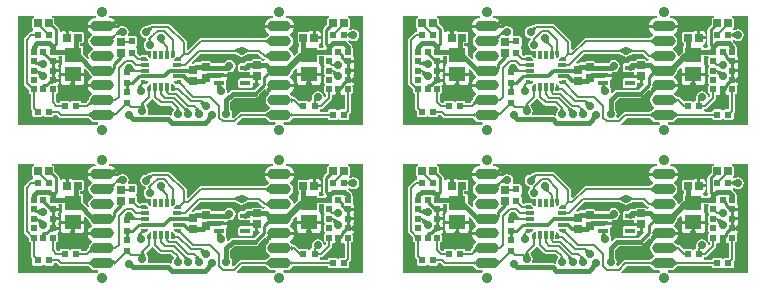
<source format=gtl>
G04 Layer_Physical_Order=1*
G04 Layer_Color=255*
%FSAX24Y24*%
%MOIN*%
G70*
G01*
G75*
%ADD10R,0.0354X0.0177*%
%ADD11R,0.0197X0.0197*%
%ADD12R,0.0138X0.0118*%
%ADD13R,0.0276X0.0118*%
%ADD14R,0.0118X0.0138*%
%ADD15R,0.0118X0.0276*%
%ADD16R,0.0236X0.0217*%
%ADD17R,0.0217X0.0236*%
%ADD18R,0.0252X0.0252*%
%ADD19R,0.0571X0.0512*%
%ADD20R,0.0252X0.0252*%
%ADD21C,0.0100*%
%ADD22C,0.0150*%
%ADD23C,0.0080*%
%ADD24C,0.0180*%
%ADD25C,0.0120*%
%ADD26C,0.0200*%
G04:AMPARAMS|DCode=27|XSize=78.7mil|YSize=35.4mil|CornerRadius=17.7mil|HoleSize=0mil|Usage=FLASHONLY|Rotation=0.000|XOffset=0mil|YOffset=0mil|HoleType=Round|Shape=RoundedRectangle|*
%AMROUNDEDRECTD27*
21,1,0.0787,0.0000,0,0,0.0*
21,1,0.0433,0.0354,0,0,0.0*
1,1,0.0354,0.0217,0.0000*
1,1,0.0354,-0.0217,0.0000*
1,1,0.0354,-0.0217,0.0000*
1,1,0.0354,0.0217,0.0000*
%
%ADD27ROUNDEDRECTD27*%
G04:AMPARAMS|DCode=28|XSize=35.4mil|YSize=35.4mil|CornerRadius=17.7mil|HoleSize=0mil|Usage=FLASHONLY|Rotation=0.000|XOffset=0mil|YOffset=0mil|HoleType=Round|Shape=RoundedRectangle|*
%AMROUNDEDRECTD28*
21,1,0.0354,0.0000,0,0,0.0*
21,1,0.0000,0.0354,0,0,0.0*
1,1,0.0354,0.0000,0.0000*
1,1,0.0354,0.0000,0.0000*
1,1,0.0354,0.0000,0.0000*
1,1,0.0354,0.0000,0.0000*
%
%ADD28ROUNDEDRECTD28*%
%ADD29C,0.0276*%
%ADD30C,0.0236*%
G36*
X030414Y021302D02*
X030372Y021180D01*
X030235Y021316D01*
X030357Y021359D01*
X030414Y021302D01*
D02*
G37*
G36*
X017603D02*
X017561Y021180D01*
X017424Y021316D01*
X017546Y021359D01*
X017603Y021302D01*
D02*
G37*
G36*
X029348Y021095D02*
X029263Y021085D01*
X029228Y021164D01*
X029345Y021271D01*
X029348Y021095D01*
D02*
G37*
G36*
X016537D02*
X016452Y021085D01*
X016417Y021164D01*
X016534Y021271D01*
X016537Y021095D01*
D02*
G37*
G36*
X037032Y020990D02*
X036915Y021047D01*
Y021127D01*
X037032Y021183D01*
Y020990D01*
D02*
G37*
G36*
X024220D02*
X024104Y021047D01*
Y021127D01*
X024220Y021183D01*
Y020990D01*
D02*
G37*
G36*
X029197Y021019D02*
X029153Y020919D01*
X029056Y021047D01*
X029148Y021083D01*
X029197Y021019D01*
D02*
G37*
G36*
X016386D02*
X016342Y020919D01*
X016245Y021047D01*
X016337Y021083D01*
X016386Y021019D01*
D02*
G37*
G36*
X037469Y021721D02*
X037469Y018090D01*
X034852Y018090D01*
X034840Y018108D01*
X034796Y018137D01*
X034812Y018187D01*
X034886D01*
X034978Y018206D01*
X035057Y018258D01*
X035082Y018296D01*
X035158Y018327D01*
X036278D01*
Y018311D01*
X036297Y018265D01*
X036343Y018246D01*
X036559D01*
X036605Y018265D01*
X036611Y018279D01*
X036665D01*
X036671Y018265D01*
X036717Y018246D01*
X036933D01*
X036979Y018265D01*
X036998Y018311D01*
Y018458D01*
X037025Y018485D01*
X037047Y018518D01*
X037055Y018557D01*
Y019114D01*
X037097Y019131D01*
X037116Y019177D01*
Y019374D01*
X037103Y019406D01*
X037123Y019420D01*
X037145Y019453D01*
X037153Y019492D01*
Y019501D01*
X037057Y019541D01*
X036953D01*
Y019641D01*
X037057D01*
X037153Y019680D01*
Y019689D01*
X037145Y019728D01*
X037132Y019748D01*
X037145Y019768D01*
X037153Y019807D01*
Y019856D01*
X036953D01*
Y019956D01*
X037153D01*
Y020004D01*
X037145Y020043D01*
X037132Y020063D01*
X037145Y020083D01*
X037153Y020122D01*
Y020170D01*
X036953D01*
Y020270D01*
X037153D01*
Y020319D01*
X037145Y020358D01*
X037123Y020391D01*
X037103Y020405D01*
X037116Y020437D01*
Y020634D01*
X037097Y020680D01*
X037090Y020683D01*
Y020693D01*
X037090Y020693D01*
X037080Y020746D01*
X037050Y020790D01*
X036968Y020873D01*
X036977Y020922D01*
X036979Y020923D01*
X037030Y020915D01*
X037053Y020900D01*
X037130Y020885D01*
X037207Y020900D01*
X037273Y020944D01*
X037316Y021009D01*
X037332Y021087D01*
X037316Y021164D01*
X037273Y021229D01*
X037207Y021273D01*
X037130Y021288D01*
X037053Y021273D01*
X037030Y021258D01*
X037029Y021258D01*
X037017Y021269D01*
X036991Y021308D01*
X037010Y021354D01*
Y021606D01*
X036991Y021652D01*
X036945Y021671D01*
X036945Y021721D01*
X037469D01*
D02*
G37*
G36*
X024658D02*
X024658Y018090D01*
X022041Y018090D01*
X022029Y018108D01*
X021985Y018137D01*
X022001Y018187D01*
X022075D01*
X022167Y018206D01*
X022246Y018258D01*
X022271Y018296D01*
X022347Y018327D01*
X023467D01*
Y018311D01*
X023486Y018265D01*
X023531Y018246D01*
X023748D01*
X023794Y018265D01*
X023800Y018279D01*
X023854D01*
X023860Y018265D01*
X023906Y018246D01*
X024122D01*
X024168Y018265D01*
X024187Y018311D01*
Y018458D01*
X024214Y018485D01*
X024236Y018518D01*
X024244Y018557D01*
Y019114D01*
X024286Y019131D01*
X024305Y019177D01*
Y019374D01*
X024292Y019406D01*
X024312Y019420D01*
X024334Y019453D01*
X024342Y019492D01*
Y019501D01*
X024246Y019541D01*
X024142D01*
Y019641D01*
X024246D01*
X024342Y019680D01*
Y019689D01*
X024334Y019728D01*
X024321Y019748D01*
X024334Y019768D01*
X024342Y019807D01*
Y019856D01*
X024142D01*
Y019956D01*
X024342D01*
Y020004D01*
X024334Y020043D01*
X024321Y020063D01*
X024334Y020083D01*
X024342Y020122D01*
Y020170D01*
X024142D01*
Y020270D01*
X024342D01*
Y020319D01*
X024334Y020358D01*
X024312Y020391D01*
X024292Y020405D01*
X024305Y020437D01*
Y020634D01*
X024286Y020680D01*
X024279Y020683D01*
Y020693D01*
X024279Y020693D01*
X024269Y020746D01*
X024239Y020790D01*
X024156Y020873D01*
X024166Y020922D01*
X024168Y020923D01*
X024219Y020915D01*
X024242Y020900D01*
X024319Y020885D01*
X024396Y020900D01*
X024462Y020944D01*
X024505Y021009D01*
X024521Y021087D01*
X024505Y021164D01*
X024462Y021229D01*
X024396Y021273D01*
X024319Y021288D01*
X024242Y021273D01*
X024219Y021258D01*
X024218Y021258D01*
X024206Y021269D01*
X024180Y021308D01*
X024199Y021354D01*
Y021606D01*
X024180Y021652D01*
X024134Y021671D01*
X024134Y021721D01*
X024658D01*
D02*
G37*
G36*
X034297Y020810D02*
X034201Y020850D01*
Y020930D01*
X034297Y020969D01*
Y020810D01*
D02*
G37*
G36*
X021486D02*
X021390Y020850D01*
Y020930D01*
X021486Y020969D01*
Y020810D01*
D02*
G37*
G36*
X030857Y020822D02*
X030774Y020792D01*
X030659Y020861D01*
X030838Y020931D01*
X030857Y020822D01*
D02*
G37*
G36*
X018046D02*
X017962Y020792D01*
X017848Y020861D01*
X018027Y020931D01*
X018046Y020822D01*
D02*
G37*
G36*
X028538Y021721D02*
X028545Y021711D01*
X028546Y021708D01*
X028522Y021658D01*
X028475Y021652D01*
X028407Y021624D01*
X028350Y021580D01*
X028305Y021522D01*
X028277Y021454D01*
X028274Y021432D01*
X029112D01*
X029070Y021534D01*
X029180Y021574D01*
X029181Y021572D01*
X029182Y021574D01*
X029178Y021580D01*
X029120Y021624D01*
X029053Y021652D01*
X029005Y021658D01*
X028982Y021708D01*
X028982Y021711D01*
X028990Y021721D01*
X034443Y021721D01*
X034451Y021711D01*
X034451Y021708D01*
X034428Y021658D01*
X034380Y021652D01*
X034313Y021624D01*
X034255Y021580D01*
X034211Y021522D01*
X034183Y021454D01*
X034180Y021432D01*
X035159D01*
X035156Y021454D01*
X035128Y021522D01*
X035084Y021580D01*
X035026Y021624D01*
X034958Y021652D01*
X034911Y021658D01*
X034887Y021708D01*
X034888Y021711D01*
X034895Y021721D01*
X036330Y021721D01*
X036331Y021671D01*
X036285Y021652D01*
X036266Y021606D01*
Y021448D01*
X036153Y021335D01*
X036129Y021299D01*
X036120Y021256D01*
X036120Y021256D01*
Y020783D01*
X036120Y020783D01*
X036129Y020740D01*
X036140Y020723D01*
X036116Y020673D01*
X036116Y020673D01*
X036004D01*
Y020673D01*
X035985Y020719D01*
X035977Y020722D01*
X035974Y020732D01*
X036000Y020788D01*
X036033Y020810D01*
X036055Y020843D01*
X036063Y020882D01*
Y020958D01*
X035835D01*
Y021008D01*
X035785D01*
Y021236D01*
X035709D01*
X035670Y021228D01*
X035637Y021206D01*
X035625Y021188D01*
X035598Y021199D01*
X035346D01*
X035301Y021180D01*
X035282Y021134D01*
Y020882D01*
X035301Y020836D01*
X035335Y020822D01*
Y020724D01*
X035322Y020719D01*
X035303Y020673D01*
Y020533D01*
X035302Y020533D01*
X035177Y020407D01*
X035122Y020424D01*
X035109Y020490D01*
X035057Y020569D01*
X034985Y020617D01*
X034981Y020644D01*
X034985Y020671D01*
X035057Y020719D01*
X035109Y020797D01*
X035128Y020890D01*
X035109Y020982D01*
X035057Y021061D01*
X035022Y021084D01*
X035026Y021140D01*
X035084Y021184D01*
X035128Y021242D01*
X035156Y021310D01*
X035159Y021332D01*
X034180D01*
X034183Y021310D01*
X034211Y021242D01*
X034255Y021184D01*
X034313Y021140D01*
X034317Y021084D01*
X034282Y021061D01*
X034257Y021023D01*
X034180Y020992D01*
X032071D01*
X032032Y020984D01*
X031999Y020962D01*
X031632Y020595D01*
X031582Y020616D01*
Y020850D01*
X031575Y020889D01*
X031552Y020923D01*
X031037Y021438D01*
X031004Y021460D01*
X030965Y021468D01*
X030421D01*
X030382Y021460D01*
X030349Y021438D01*
X030328Y021417D01*
X030214Y021378D01*
X030212Y021376D01*
X030157Y021365D01*
X030091Y021321D01*
X030047Y021256D01*
X030032Y021179D01*
X030047Y021101D01*
X030091Y021036D01*
X030157Y020992D01*
X030225Y020979D01*
X030232Y020930D01*
X030213Y020917D01*
X030169Y020851D01*
X030154Y020774D01*
X030169Y020697D01*
X030205Y020643D01*
X030185Y020614D01*
X030178Y020575D01*
Y020573D01*
X030201Y020606D01*
X030280Y020556D01*
Y020575D01*
X030398D01*
Y020339D01*
X030348Y020339D01*
X030280Y020407D01*
X030280Y020456D01*
X030178D01*
Y020437D01*
X030129Y020423D01*
X030063D01*
X030017Y020404D01*
X029973Y020425D01*
X029931Y020467D01*
Y020614D01*
X029912Y020660D01*
X029898Y020666D01*
Y020720D01*
X029912Y020726D01*
X029931Y020772D01*
Y020988D01*
X029912Y021034D01*
X029866Y021053D01*
X029663D01*
X029636Y021103D01*
X029639Y021108D01*
X029654Y021185D01*
X029639Y021262D01*
X029595Y021328D01*
X029530Y021371D01*
X029453Y021387D01*
X029426Y021381D01*
X029405Y021385D01*
X029366Y021378D01*
X029333Y021356D01*
X029303Y021326D01*
X029290Y021332D01*
X028274D01*
X028277Y021310D01*
X028305Y021242D01*
X028350Y021184D01*
X028407Y021140D01*
X028411Y021084D01*
X028376Y021061D01*
X028324Y020982D01*
X028305Y020890D01*
X028324Y020797D01*
X028376Y020719D01*
X028448Y020671D01*
X028452Y020644D01*
X028448Y020617D01*
X028376Y020569D01*
X028324Y020490D01*
X028305Y020398D01*
X028321Y020318D01*
X028278Y020291D01*
X028130Y020439D01*
Y020673D01*
X028111Y020719D01*
X028065Y020738D01*
X028020D01*
Y020817D01*
X028087D01*
X028133Y020836D01*
X028152Y020882D01*
Y021134D01*
X028133Y021180D01*
X028087Y021199D01*
X027835D01*
X027809Y021188D01*
X027797Y021206D01*
X027763Y021228D01*
X027724Y021236D01*
X027669D01*
X027648Y021178D01*
D01*
Y021008D01*
X027548D01*
Y021166D01*
X027516Y021236D01*
X027472D01*
X027433Y021228D01*
X027400Y021206D01*
X027391Y021191D01*
X027341Y021206D01*
Y021258D01*
X027332Y021301D01*
X027308Y021337D01*
X027308Y021337D01*
X027167Y021478D01*
Y021606D01*
X027148Y021652D01*
X027102Y021671D01*
X027103Y021721D01*
X028538Y021721D01*
D02*
G37*
G36*
X015727D02*
X015734Y021711D01*
X015735Y021708D01*
X015711Y021658D01*
X015664Y021652D01*
X015596Y021624D01*
X015539Y021580D01*
X015494Y021522D01*
X015466Y021454D01*
X015463Y021432D01*
X016301D01*
X016259Y021534D01*
X016369Y021574D01*
X016370Y021572D01*
X016371Y021574D01*
X016367Y021580D01*
X016309Y021624D01*
X016242Y021652D01*
X016194Y021658D01*
X016171Y021708D01*
X016171Y021711D01*
X016179Y021721D01*
X021632Y021721D01*
X021640Y021711D01*
X021640Y021708D01*
X021617Y021658D01*
X021569Y021652D01*
X021502Y021624D01*
X021444Y021580D01*
X021400Y021522D01*
X021372Y021454D01*
X021369Y021432D01*
X022348D01*
X022345Y021454D01*
X022317Y021522D01*
X022272Y021580D01*
X022215Y021624D01*
X022147Y021652D01*
X022100Y021658D01*
X022076Y021708D01*
X022077Y021711D01*
X022084Y021721D01*
X023519Y021721D01*
X023520Y021671D01*
X023474Y021652D01*
X023455Y021606D01*
Y021448D01*
X023342Y021335D01*
X023318Y021299D01*
X023309Y021256D01*
X023309Y021256D01*
Y020783D01*
X023309Y020783D01*
X023318Y020740D01*
X023329Y020723D01*
X023305Y020673D01*
X023305Y020673D01*
X023193D01*
Y020673D01*
X023174Y020719D01*
X023166Y020722D01*
X023163Y020732D01*
X023189Y020788D01*
X023222Y020810D01*
X023244Y020843D01*
X023252Y020882D01*
Y020958D01*
X023024D01*
Y021008D01*
X022974D01*
Y021236D01*
X022898D01*
X022859Y021228D01*
X022826Y021206D01*
X022814Y021188D01*
X022787Y021199D01*
X022535D01*
X022490Y021180D01*
X022470Y021134D01*
Y020882D01*
X022490Y020836D01*
X022524Y020822D01*
Y020724D01*
X022511Y020719D01*
X022492Y020673D01*
Y020533D01*
X022491Y020533D01*
X022366Y020407D01*
X022311Y020424D01*
X022298Y020490D01*
X022246Y020569D01*
X022174Y020617D01*
X022170Y020644D01*
X022174Y020671D01*
X022246Y020719D01*
X022298Y020797D01*
X022317Y020890D01*
X022298Y020982D01*
X022246Y021061D01*
X022211Y021084D01*
X022215Y021140D01*
X022272Y021184D01*
X022317Y021242D01*
X022345Y021310D01*
X022348Y021332D01*
X021369D01*
X021372Y021310D01*
X021400Y021242D01*
X021444Y021184D01*
X021502Y021140D01*
X021506Y021084D01*
X021471Y021061D01*
X021446Y021023D01*
X021369Y020992D01*
X019260D01*
X019221Y020984D01*
X019188Y020962D01*
X018821Y020595D01*
X018771Y020616D01*
Y020850D01*
X018763Y020889D01*
X018741Y020923D01*
X018226Y021438D01*
X018193Y021460D01*
X018154Y021468D01*
X017610D01*
X017571Y021460D01*
X017538Y021438D01*
X017517Y021417D01*
X017403Y021378D01*
X017401Y021376D01*
X017346Y021365D01*
X017280Y021321D01*
X017236Y021256D01*
X017221Y021179D01*
X017236Y021101D01*
X017280Y021036D01*
X017346Y020992D01*
X017414Y020979D01*
X017421Y020930D01*
X017402Y020917D01*
X017358Y020851D01*
X017343Y020774D01*
X017358Y020697D01*
X017394Y020643D01*
X017374Y020614D01*
X017367Y020575D01*
Y020573D01*
X017390Y020606D01*
X017469Y020556D01*
Y020575D01*
X017587D01*
Y020339D01*
X017537Y020339D01*
X017469Y020407D01*
X017469Y020456D01*
X017367D01*
Y020437D01*
X017318Y020423D01*
X017252D01*
X017206Y020404D01*
X017162Y020425D01*
X017120Y020467D01*
Y020614D01*
X017101Y020660D01*
X017087Y020666D01*
Y020720D01*
X017101Y020726D01*
X017120Y020772D01*
Y020988D01*
X017101Y021034D01*
X017055Y021053D01*
X016852D01*
X016825Y021103D01*
X016828Y021108D01*
X016843Y021185D01*
X016828Y021262D01*
X016784Y021328D01*
X016719Y021371D01*
X016642Y021387D01*
X016615Y021381D01*
X016594Y021385D01*
X016555Y021378D01*
X016522Y021356D01*
X016492Y021326D01*
X016479Y021332D01*
X015463D01*
X015466Y021310D01*
X015494Y021242D01*
X015539Y021184D01*
X015596Y021140D01*
X015600Y021084D01*
X015565Y021061D01*
X015513Y020982D01*
X015494Y020890D01*
X015513Y020797D01*
X015565Y020719D01*
X015637Y020671D01*
X015641Y020644D01*
X015637Y020617D01*
X015565Y020569D01*
X015513Y020490D01*
X015494Y020398D01*
X015510Y020318D01*
X015467Y020291D01*
X015319Y020439D01*
Y020673D01*
X015300Y020719D01*
X015254Y020738D01*
X015209D01*
Y020817D01*
X015276D01*
X015322Y020836D01*
X015341Y020882D01*
Y021134D01*
X015322Y021180D01*
X015276Y021199D01*
X015024D01*
X014997Y021188D01*
X014985Y021206D01*
X014952Y021228D01*
X014913Y021236D01*
X014858D01*
X014837Y021178D01*
D01*
Y021008D01*
X014737D01*
Y021166D01*
X014705Y021236D01*
X014661D01*
X014622Y021228D01*
X014589Y021206D01*
X014579Y021191D01*
X014529Y021206D01*
Y021258D01*
X014521Y021301D01*
X014497Y021337D01*
X014497Y021337D01*
X014356Y021478D01*
Y021606D01*
X014337Y021652D01*
X014291Y021671D01*
X014292Y021721D01*
X015727Y021721D01*
D02*
G37*
G36*
X033624Y020615D02*
Y020535D01*
X033508Y020478D01*
Y020671D01*
X033624Y020615D01*
D02*
G37*
G36*
X033311Y020478D02*
X033195Y020535D01*
Y020615D01*
X033311Y020671D01*
Y020478D01*
D02*
G37*
G36*
X020813Y020615D02*
Y020535D01*
X020697Y020478D01*
Y020671D01*
X020813Y020615D01*
D02*
G37*
G36*
X020500Y020478D02*
X020384Y020535D01*
Y020615D01*
X020500Y020671D01*
Y020478D01*
D02*
G37*
G36*
X034105Y020326D02*
X034138Y020303D01*
X034177Y020296D01*
X034178Y020290D01*
X034138Y020240D01*
X034101D01*
X034093Y020259D01*
X034047Y020278D01*
X033795D01*
X033749Y020259D01*
X033742Y020240D01*
X033620D01*
X033562Y020228D01*
X033512Y020195D01*
X033475Y020157D01*
X033360D01*
X033314Y020138D01*
X033295Y020093D01*
Y019915D01*
X033314Y019869D01*
X033360Y019850D01*
X033693D01*
X033693Y019850D01*
Y019774D01*
X033921D01*
Y019724D01*
X033971D01*
Y019496D01*
X033992D01*
X034012Y019446D01*
X033841Y019275D01*
X033114D01*
X033114Y019275D01*
X033061Y019265D01*
X033017Y019235D01*
X033017Y019235D01*
X032957Y019175D01*
X032911Y019200D01*
X032918Y019236D01*
X032903Y019313D01*
X032874Y019356D01*
X032875Y019358D01*
X032894Y019404D01*
Y019581D01*
X032893Y019582D01*
X032901Y019587D01*
X032923Y019620D01*
X032931Y019659D01*
Y019698D01*
X032652D01*
Y019798D01*
X032931D01*
Y019837D01*
X032943Y019851D01*
X032957D01*
X032999Y019859D01*
X033005Y019858D01*
X033082Y019874D01*
X033148Y019917D01*
X033191Y019983D01*
X033207Y020060D01*
X033191Y020137D01*
X033148Y020202D01*
X033082Y020246D01*
X033005Y020262D01*
X032928Y020246D01*
X032862Y020202D01*
X032832Y020157D01*
X032830D01*
X032829Y020157D01*
X032474D01*
X032473Y020157D01*
X032398D01*
X032381Y020199D01*
X032335Y020219D01*
X032083D01*
X032037Y020199D01*
X032029Y020181D01*
X031894D01*
X031835Y020169D01*
X031793Y020140D01*
X031774Y020142D01*
X031762Y020161D01*
X031759Y020197D01*
X032034Y020473D01*
X033174D01*
X033283Y020420D01*
X033285Y020420D01*
X033332Y020388D01*
X033409Y020373D01*
X033487Y020388D01*
X033533Y020420D01*
X033536Y020420D01*
X033645Y020473D01*
X033958D01*
X034105Y020326D01*
D02*
G37*
G36*
X021294D02*
X021327Y020303D01*
X021366Y020296D01*
X021367Y020290D01*
X021327Y020240D01*
X021290D01*
X021282Y020259D01*
X021236Y020278D01*
X020984D01*
X020938Y020259D01*
X020930Y020240D01*
X020809D01*
X020751Y020228D01*
X020701Y020195D01*
X020664Y020157D01*
X020549D01*
X020503Y020138D01*
X020484Y020093D01*
Y019915D01*
X020503Y019869D01*
X020549Y019850D01*
X020882D01*
X020882Y019850D01*
Y019774D01*
X021110D01*
Y019724D01*
X021160D01*
Y019496D01*
X021181D01*
X021201Y019446D01*
X021030Y019275D01*
X020303D01*
X020303Y019275D01*
X020250Y019265D01*
X020206Y019235D01*
X020206Y019235D01*
X020146Y019175D01*
X020100Y019200D01*
X020107Y019236D01*
X020092Y019313D01*
X020063Y019356D01*
X020064Y019358D01*
X020083Y019404D01*
Y019581D01*
X020082Y019582D01*
X020090Y019587D01*
X020112Y019620D01*
X020120Y019659D01*
Y019698D01*
X019841D01*
Y019798D01*
X020120D01*
Y019837D01*
X020131Y019851D01*
X020146D01*
X020188Y019859D01*
X020194Y019858D01*
X020271Y019874D01*
X020337Y019917D01*
X020380Y019983D01*
X020396Y020060D01*
X020380Y020137D01*
X020337Y020202D01*
X020271Y020246D01*
X020194Y020262D01*
X020117Y020246D01*
X020051Y020202D01*
X020021Y020157D01*
X020019D01*
X020018Y020157D01*
X019663D01*
X019662Y020157D01*
X019587D01*
X019570Y020199D01*
X019524Y020219D01*
X019272D01*
X019226Y020199D01*
X019218Y020181D01*
X019083D01*
X019024Y020169D01*
X018982Y020140D01*
X018963Y020142D01*
X018951Y020161D01*
X018948Y020197D01*
X019223Y020473D01*
X020363D01*
X020472Y020420D01*
X020474Y020420D01*
X020521Y020388D01*
X020598Y020373D01*
X020676Y020388D01*
X020722Y020420D01*
X020725Y020420D01*
X020834Y020473D01*
X021147D01*
X021294Y020326D01*
D02*
G37*
G36*
X031185Y020408D02*
X031116Y020339D01*
X031067Y020339D01*
Y020575D01*
X031185D01*
X031185Y020408D01*
D02*
G37*
G36*
X018374D02*
X018305Y020339D01*
X018256Y020339D01*
Y020575D01*
X018374D01*
X018374Y020408D01*
D02*
G37*
G36*
X034297Y020318D02*
X034201Y020358D01*
Y020438D01*
X034297Y020477D01*
Y020318D01*
D02*
G37*
G36*
X021486D02*
X021390Y020358D01*
Y020438D01*
X021486Y020477D01*
Y020318D01*
D02*
G37*
G36*
X031402Y020358D02*
Y020240D01*
X031165D01*
X031165Y020289D01*
X031234Y020358D01*
X031402Y020358D01*
D02*
G37*
G36*
X030299Y020289D02*
X030299Y020240D01*
X030063D01*
Y020358D01*
X030230Y020358D01*
X030299Y020289D01*
D02*
G37*
G36*
X018591Y020358D02*
Y020240D01*
X018354D01*
X018354Y020289D01*
X018423Y020358D01*
X018591Y020358D01*
D02*
G37*
G36*
X017488Y020289D02*
X017488Y020240D01*
X017252D01*
Y020358D01*
X017419Y020358D01*
X017488Y020289D01*
D02*
G37*
G36*
X036506Y020061D02*
X036464Y020062D01*
Y020142D01*
X036506Y020144D01*
Y020061D01*
D02*
G37*
G36*
X023695D02*
X023653Y020062D01*
Y020142D01*
X023695Y020144D01*
Y020061D01*
D02*
G37*
G36*
X026697Y020045D02*
X026581Y020102D01*
Y020182D01*
X026697Y020238D01*
Y020045D01*
D02*
G37*
G36*
X013886D02*
X013770Y020102D01*
Y020182D01*
X013886Y020238D01*
Y020045D01*
D02*
G37*
G36*
X029857Y019946D02*
X029829Y019866D01*
X029670Y019868D01*
X029787Y020001D01*
X029857Y019946D01*
D02*
G37*
G36*
X017046D02*
X017018Y019866D01*
X016859Y019868D01*
X016976Y020001D01*
X017046Y019946D01*
D02*
G37*
G36*
X036171Y020348D02*
X036159Y020319D01*
Y020122D01*
X036169Y020100D01*
X036176Y020063D01*
X036169Y020026D01*
X036159Y020004D01*
Y019807D01*
X036178Y019761D01*
X036178Y019735D01*
X036159Y019689D01*
Y019492D01*
X036178Y019446D01*
X036178Y019420D01*
X036159Y019374D01*
Y019177D01*
X036178Y019131D01*
X036221Y019114D01*
Y019060D01*
X036194Y019040D01*
X036143Y019059D01*
X036135Y019097D01*
X036091Y019162D01*
X036026Y019206D01*
X035949Y019221D01*
X035872Y019206D01*
X035806Y019162D01*
X035763Y019097D01*
X035747Y019020D01*
X035758Y018967D01*
X035746Y018950D01*
X035739Y018911D01*
Y018907D01*
X035732D01*
X035686Y018888D01*
X035681Y018875D01*
X035626D01*
X035621Y018888D01*
X035575Y018907D01*
X035358D01*
X035331Y018896D01*
X035234Y018993D01*
X035200Y019015D01*
X035161Y019023D01*
X035158D01*
X035082Y019055D01*
X035057Y019092D01*
X035022Y019116D01*
X035026Y019171D01*
X035084Y019216D01*
X035128Y019274D01*
X035156Y019341D01*
X035159Y019363D01*
X034669D01*
Y019463D01*
X035159D01*
X035156Y019486D01*
X035128Y019553D01*
X035084Y019611D01*
X035026Y019655D01*
X035022Y019711D01*
X035057Y019735D01*
X035109Y019813D01*
X035126Y019895D01*
X035220Y019989D01*
X035266Y019970D01*
Y019837D01*
X035654D01*
X036041D01*
Y020043D01*
X036033Y020082D01*
X036011Y020115D01*
X035991Y020129D01*
X036004Y020161D01*
Y020398D01*
X036146D01*
X036171Y020348D01*
D02*
G37*
G36*
X023360D02*
X023348Y020319D01*
Y020122D01*
X023358Y020100D01*
X023365Y020063D01*
X023358Y020026D01*
X023348Y020004D01*
Y019807D01*
X023367Y019761D01*
X023367Y019735D01*
X023348Y019689D01*
Y019492D01*
X023367Y019446D01*
X023367Y019420D01*
X023348Y019374D01*
Y019177D01*
X023367Y019131D01*
X023410Y019114D01*
Y019060D01*
X023383Y019040D01*
X023332Y019059D01*
X023324Y019097D01*
X023280Y019162D01*
X023215Y019206D01*
X023138Y019221D01*
X023061Y019206D01*
X022995Y019162D01*
X022951Y019097D01*
X022936Y019020D01*
X022947Y018967D01*
X022935Y018950D01*
X022928Y018911D01*
Y018907D01*
X022921D01*
X022875Y018888D01*
X022870Y018875D01*
X022815D01*
X022810Y018888D01*
X022764Y018907D01*
X022547D01*
X022520Y018896D01*
X022422Y018993D01*
X022389Y019015D01*
X022350Y019023D01*
X022347D01*
X022271Y019055D01*
X022246Y019092D01*
X022211Y019116D01*
X022215Y019171D01*
X022272Y019216D01*
X022317Y019274D01*
X022345Y019341D01*
X022348Y019363D01*
X021858D01*
Y019463D01*
X022348D01*
X022345Y019486D01*
X022317Y019553D01*
X022272Y019611D01*
X022215Y019655D01*
X022211Y019711D01*
X022246Y019735D01*
X022298Y019813D01*
X022314Y019895D01*
X022409Y019989D01*
X022455Y019970D01*
Y019837D01*
X022843D01*
X023230D01*
Y020043D01*
X023222Y020082D01*
X023200Y020115D01*
X023180Y020129D01*
X023193Y020161D01*
Y020398D01*
X023335D01*
X023360Y020348D01*
D02*
G37*
G36*
X026794Y019846D02*
X026657Y019710D01*
X026615Y019832D01*
X026672Y019889D01*
X026794Y019846D01*
D02*
G37*
G36*
X013983D02*
X013846Y019710D01*
X013804Y019832D01*
X013861Y019889D01*
X013983Y019846D01*
D02*
G37*
G36*
X036636Y019846D02*
X036500Y019710D01*
X036458Y019832D01*
X036514Y019889D01*
X036636Y019846D01*
D02*
G37*
G36*
X023825D02*
X023689Y019710D01*
X023647Y019832D01*
X023703Y019889D01*
X023825Y019846D01*
D02*
G37*
G36*
X031402Y019453D02*
X031234Y019453D01*
X031165Y019522D01*
X031165Y019571D01*
X031402D01*
Y019453D01*
D02*
G37*
G36*
X030299Y019522D02*
X030230Y019453D01*
X030063Y019453D01*
Y019571D01*
X030299D01*
X030299Y019522D01*
D02*
G37*
G36*
X018591Y019453D02*
X018423Y019453D01*
X018354Y019522D01*
X018354Y019571D01*
X018591D01*
Y019453D01*
D02*
G37*
G36*
X017488Y019522D02*
X017419Y019453D01*
X017252Y019453D01*
Y019571D01*
X017488D01*
X017488Y019522D01*
D02*
G37*
G36*
X030124Y019328D02*
X029963D01*
X030003Y019423D01*
X030083D01*
X030124Y019328D01*
D02*
G37*
G36*
X017313D02*
X017152D01*
X017192Y019423D01*
X017272D01*
X017313Y019328D01*
D02*
G37*
G36*
X032755Y019368D02*
X032587Y019282D01*
X032602Y019440D01*
X032702Y019456D01*
X032755Y019368D01*
D02*
G37*
G36*
X019944D02*
X019775Y019282D01*
X019791Y019440D01*
X019891Y019456D01*
X019944Y019368D01*
D02*
G37*
G36*
X031185Y019404D02*
X031185Y019236D01*
X031067D01*
Y019472D01*
X031116Y019472D01*
X031185Y019404D01*
D02*
G37*
G36*
X030398Y019472D02*
Y019236D01*
X030280D01*
X030280Y019404D01*
X030348Y019472D01*
X030398Y019472D01*
D02*
G37*
G36*
X018374Y019404D02*
X018374Y019236D01*
X018256D01*
Y019472D01*
X018305Y019472D01*
X018374Y019404D01*
D02*
G37*
G36*
X017587Y019472D02*
Y019236D01*
X017469D01*
X017469Y019404D01*
X017537Y019472D01*
X017587Y019472D01*
D02*
G37*
G36*
X034438Y019239D02*
X034311Y019182D01*
X034234Y019246D01*
X034284Y019365D01*
X034438Y019239D01*
D02*
G37*
G36*
X021627D02*
X021500Y019182D01*
X021423Y019246D01*
X021473Y019365D01*
X021627Y019239D01*
D02*
G37*
G36*
X036688Y019231D02*
X036734Y019118D01*
X036688D01*
Y019075D01*
X036736D01*
X036775Y019083D01*
X036801Y019100D01*
X036830Y019092D01*
X036851Y019079D01*
Y018612D01*
X036717D01*
X036671Y018593D01*
X036665Y018579D01*
X036611D01*
X036605Y018593D01*
X036559Y018612D01*
X036343D01*
X036297Y018593D01*
X036278Y018547D01*
Y018531D01*
X036031D01*
X036006Y018576D01*
X036026Y018622D01*
X036047D01*
X036086Y018630D01*
X036119Y018652D01*
X036395Y018928D01*
X036417Y018961D01*
X036425Y019000D01*
Y019079D01*
X036445Y019092D01*
X036475Y019100D01*
X036500Y019083D01*
X036539Y019075D01*
X036588D01*
Y019118D01*
X036541D01*
X036588Y019231D01*
Y019276D01*
X036688D01*
Y019231D01*
D02*
G37*
G36*
X023877D02*
X023923Y019118D01*
X023877D01*
Y019075D01*
X023925D01*
X023964Y019083D01*
X023990Y019100D01*
X024019Y019092D01*
X024040Y019079D01*
Y018612D01*
X023906D01*
X023860Y018593D01*
X023854Y018579D01*
X023800D01*
X023794Y018593D01*
X023748Y018612D01*
X023531D01*
X023486Y018593D01*
X023467Y018547D01*
Y018531D01*
X023220D01*
X023195Y018576D01*
X023215Y018622D01*
X023236D01*
X023275Y018630D01*
X023308Y018652D01*
X023584Y018928D01*
X023606Y018961D01*
X023614Y019000D01*
Y019079D01*
X023634Y019092D01*
X023664Y019100D01*
X023689Y019083D01*
X023728Y019075D01*
X023777D01*
Y019118D01*
X023730D01*
X023777Y019231D01*
Y019276D01*
X023877D01*
Y019231D01*
D02*
G37*
G36*
X035138Y018961D02*
Y018881D01*
X035042Y018842D01*
Y019001D01*
X035138Y018961D01*
D02*
G37*
G36*
X022327D02*
Y018881D01*
X022231Y018842D01*
Y019001D01*
X022327Y018961D01*
D02*
G37*
G36*
X027429Y020161D02*
X027443Y020129D01*
X027422Y020115D01*
X027400Y020082D01*
X027392Y020043D01*
Y019837D01*
X027780D01*
X028167D01*
Y019947D01*
X028213Y019966D01*
X028313Y019866D01*
X028324Y019813D01*
X028376Y019735D01*
X028411Y019711D01*
X028407Y019655D01*
X028350Y019611D01*
X028305Y019553D01*
X028277Y019486D01*
X028274Y019463D01*
X028764D01*
Y019363D01*
X028274D01*
X028277Y019341D01*
X028305Y019274D01*
X028350Y019216D01*
X028407Y019171D01*
X028411Y019116D01*
X028376Y019092D01*
X028324Y019014D01*
X028314Y018965D01*
X028261Y018857D01*
X028229Y018826D01*
X028061D01*
Y018843D01*
X028042Y018888D01*
X027996Y018907D01*
X027780D01*
X027734Y018888D01*
X027728Y018875D01*
X027674D01*
X027668Y018888D01*
X027622Y018907D01*
X027406D01*
X027360Y018888D01*
X027341Y018843D01*
Y018826D01*
X027280D01*
X027212Y018895D01*
Y019114D01*
X027255Y019131D01*
X027274Y019177D01*
Y019374D01*
X027260Y019406D01*
X027281Y019420D01*
X027303Y019453D01*
X027311Y019492D01*
Y019541D01*
X027110D01*
Y019641D01*
X027311D01*
Y019689D01*
X027303Y019728D01*
X027289Y019748D01*
X027303Y019768D01*
X027311Y019807D01*
Y019856D01*
X027110D01*
Y019956D01*
X027311D01*
Y020004D01*
X027303Y020043D01*
X027289Y020063D01*
X027303Y020083D01*
X027311Y020122D01*
Y020170D01*
X027110D01*
Y020270D01*
X027311D01*
Y020319D01*
X027305Y020348D01*
X027324Y020383D01*
X027336Y020398D01*
X027429D01*
Y020161D01*
D02*
G37*
G36*
X014618D02*
X014632Y020129D01*
X014611Y020115D01*
X014589Y020082D01*
X014581Y020043D01*
Y019837D01*
X014969D01*
X015356D01*
Y019947D01*
X015402Y019966D01*
X015502Y019866D01*
X015513Y019813D01*
X015565Y019735D01*
X015600Y019711D01*
X015596Y019655D01*
X015539Y019611D01*
X015494Y019553D01*
X015466Y019486D01*
X015463Y019463D01*
X015953D01*
Y019363D01*
X015463D01*
X015466Y019341D01*
X015494Y019274D01*
X015539Y019216D01*
X015596Y019171D01*
X015600Y019116D01*
X015565Y019092D01*
X015513Y019014D01*
X015503Y018965D01*
X015449Y018857D01*
X015418Y018826D01*
X015250D01*
Y018843D01*
X015231Y018888D01*
X015185Y018907D01*
X014969D01*
X014923Y018888D01*
X014917Y018875D01*
X014863D01*
X014857Y018888D01*
X014811Y018907D01*
X014594D01*
X014549Y018888D01*
X014530Y018843D01*
Y018826D01*
X014469D01*
X014401Y018895D01*
Y019114D01*
X014444Y019131D01*
X014463Y019177D01*
Y019374D01*
X014449Y019406D01*
X014470Y019420D01*
X014492Y019453D01*
X014500Y019492D01*
Y019541D01*
X014299D01*
Y019641D01*
X014500D01*
Y019689D01*
X014492Y019728D01*
X014478Y019748D01*
X014492Y019768D01*
X014500Y019807D01*
Y019856D01*
X014299D01*
Y019956D01*
X014500D01*
Y020004D01*
X014492Y020043D01*
X014478Y020063D01*
X014492Y020083D01*
X014500Y020122D01*
Y020170D01*
X014299D01*
Y020270D01*
X014500D01*
Y020319D01*
X014494Y020348D01*
X014513Y020383D01*
X014525Y020398D01*
X014618D01*
Y020161D01*
D02*
G37*
G36*
X028442Y018782D02*
X028356Y018752D01*
X028318Y018827D01*
X028373Y018938D01*
X028442Y018782D01*
D02*
G37*
G36*
X015631D02*
X015545Y018752D01*
X015507Y018827D01*
X015562Y018938D01*
X015631Y018782D01*
D02*
G37*
G36*
X032212Y018850D02*
X032079Y018711D01*
X032035Y018833D01*
X032091Y018891D01*
X032212Y018850D01*
D02*
G37*
G36*
X019401D02*
X019268Y018711D01*
X019224Y018833D01*
X019280Y018891D01*
X019401Y018850D01*
D02*
G37*
G36*
X030199Y018665D02*
X030006D01*
X030062Y018781D01*
X030142D01*
X030199Y018665D01*
D02*
G37*
G36*
X017388D02*
X017195D01*
X017251Y018781D01*
X017331D01*
X017388Y018665D01*
D02*
G37*
G36*
X031352Y018568D02*
X031215D01*
X031243Y018646D01*
X031323D01*
X031352Y018568D01*
D02*
G37*
G36*
X018541D02*
X018404D01*
X018432Y018646D01*
X018512D01*
X018541Y018568D01*
D02*
G37*
G36*
X032064Y018566D02*
X031883Y018533D01*
X031872Y018631D01*
X031944Y018672D01*
X032064Y018566D01*
D02*
G37*
G36*
X019253D02*
X019072Y018533D01*
X019061Y018631D01*
X019132Y018672D01*
X019253Y018566D01*
D02*
G37*
G36*
X031691Y018576D02*
X031512Y018505D01*
X031493Y018615D01*
X031576Y018645D01*
X031691Y018576D01*
D02*
G37*
G36*
X018880D02*
X018701Y018505D01*
X018682Y018615D01*
X018765Y018645D01*
X018880Y018576D01*
D02*
G37*
G36*
X030468Y018963D02*
X030660Y018770D01*
X030693Y018748D01*
X030732Y018741D01*
X031044D01*
X031139Y018646D01*
X031141Y018591D01*
X031097Y018526D01*
X031082Y018449D01*
X031084Y018437D01*
X031039Y018406D01*
X031021Y018419D01*
X030969Y018429D01*
X030301D01*
X030278Y018473D01*
X030289Y018490D01*
X030304Y018567D01*
X030289Y018644D01*
X030257Y018691D01*
X030257Y018694D01*
X030218Y018775D01*
X030406Y018963D01*
X030421Y018967D01*
X030453D01*
X030468Y018963D01*
D02*
G37*
G36*
X017657D02*
X017849Y018770D01*
X017882Y018748D01*
X017921Y018741D01*
X018233D01*
X018328Y018646D01*
X018330Y018591D01*
X018286Y018526D01*
X018271Y018449D01*
X018273Y018437D01*
X018228Y018406D01*
X018210Y018419D01*
X018157Y018429D01*
X017490D01*
X017467Y018473D01*
X017478Y018490D01*
X017493Y018567D01*
X017478Y018644D01*
X017446Y018691D01*
X017446Y018694D01*
X017407Y018775D01*
X017595Y018963D01*
X017610Y018967D01*
X017642D01*
X017657Y018963D01*
D02*
G37*
G36*
X029226Y018489D02*
X029226Y018409D01*
X029148Y018378D01*
X029131Y018519D01*
X029226Y018489D01*
D02*
G37*
G36*
X016415D02*
X016415Y018409D01*
X016337Y018378D01*
X016320Y018519D01*
X016415Y018489D01*
D02*
G37*
G36*
X035138Y018469D02*
Y018389D01*
X035042Y018350D01*
Y018509D01*
X035138Y018469D01*
D02*
G37*
G36*
X034297Y018350D02*
X034201Y018389D01*
Y018469D01*
X034297Y018509D01*
Y018350D01*
D02*
G37*
G36*
X028391D02*
X028295Y018389D01*
Y018469D01*
X028391Y018509D01*
Y018350D01*
D02*
G37*
G36*
X022327Y018469D02*
Y018389D01*
X022231Y018350D01*
Y018509D01*
X022327Y018469D01*
D02*
G37*
G36*
X021486Y018350D02*
X021390Y018389D01*
Y018469D01*
X021486Y018509D01*
Y018350D01*
D02*
G37*
G36*
X015580D02*
X015484Y018389D01*
Y018469D01*
X015580Y018509D01*
Y018350D01*
D02*
G37*
G36*
X034218Y019264D02*
X034255Y019216D01*
X034313Y019171D01*
X034317Y019116D01*
X034282Y019092D01*
X034229Y019014D01*
X034211Y018921D01*
X034229Y018829D01*
X034282Y018750D01*
X034354Y018702D01*
X034357Y018675D01*
X034354Y018648D01*
X034282Y018600D01*
X034257Y018562D01*
X034180Y018531D01*
X033390D01*
X033351Y018523D01*
X033318Y018501D01*
X033143Y018326D01*
X033116Y018329D01*
X033101Y018349D01*
X033086Y018380D01*
X033099Y018449D01*
X033084Y018526D01*
X033040Y018591D01*
X033035Y018595D01*
Y018864D01*
X033171Y019000D01*
X033862D01*
X033915Y019011D01*
X033960Y019040D01*
X033989Y019085D01*
X033995Y019112D01*
X034162Y019279D01*
X034218Y019264D01*
D02*
G37*
G36*
X021407D02*
X021444Y019216D01*
X021502Y019171D01*
X021506Y019116D01*
X021471Y019092D01*
X021418Y019014D01*
X021400Y018921D01*
X021418Y018829D01*
X021471Y018750D01*
X021543Y018702D01*
X021546Y018675D01*
X021543Y018648D01*
X021471Y018600D01*
X021446Y018562D01*
X021369Y018531D01*
X020579D01*
X020540Y018523D01*
X020507Y018501D01*
X020332Y018326D01*
X020305Y018329D01*
X020290Y018349D01*
X020275Y018380D01*
X020288Y018449D01*
X020273Y018526D01*
X020229Y018591D01*
X020224Y018595D01*
Y018864D01*
X020360Y019000D01*
X021051D01*
X021104Y019011D01*
X021149Y019040D01*
X021178Y019085D01*
X021184Y019112D01*
X021351Y019279D01*
X021407Y019264D01*
D02*
G37*
G36*
X026488Y021721D02*
X026488Y021671D01*
X026442Y021652D01*
X026423Y021606D01*
Y021354D01*
X026442Y021308D01*
X026453Y021304D01*
X026454Y021251D01*
X026435Y021205D01*
Y021189D01*
X026402D01*
X026363Y021181D01*
X026329Y021159D01*
X026172Y021001D01*
X026150Y020968D01*
X026142Y020929D01*
Y019489D01*
X026150Y019449D01*
X026172Y019416D01*
X026317Y019271D01*
Y019177D01*
X026336Y019131D01*
X026378Y019114D01*
Y018656D01*
X026386Y018616D01*
X026408Y018583D01*
X026435Y018557D01*
Y018409D01*
X026454Y018364D01*
X026500Y018345D01*
X026717D01*
X026762Y018364D01*
X026768Y018377D01*
X026822D01*
X026828Y018364D01*
X026874Y018345D01*
X027091D01*
X027136Y018364D01*
X027155Y018409D01*
Y018426D01*
X027245D01*
X027314Y018357D01*
X027347Y018335D01*
X027386Y018327D01*
X028275D01*
X028351Y018296D01*
X028376Y018258D01*
X028455Y018206D01*
X028547Y018187D01*
X028622D01*
X028637Y018137D01*
X028593Y018108D01*
X028581Y018090D01*
X025964Y018090D01*
X025964Y021721D01*
X026488D01*
D02*
G37*
G36*
X013677D02*
X013677Y021671D01*
X013631Y021652D01*
X013612Y021606D01*
Y021354D01*
X013631Y021308D01*
X013642Y021304D01*
X013643Y021251D01*
X013624Y021205D01*
Y021189D01*
X013591D01*
X013552Y021181D01*
X013518Y021159D01*
X013361Y021001D01*
X013339Y020968D01*
X013331Y020929D01*
Y019489D01*
X013339Y019449D01*
X013361Y019416D01*
X013506Y019271D01*
Y019177D01*
X013525Y019131D01*
X013567Y019114D01*
Y018656D01*
X013575Y018616D01*
X013597Y018583D01*
X013624Y018557D01*
Y018409D01*
X013643Y018364D01*
X013689Y018345D01*
X013906D01*
X013951Y018364D01*
X013957Y018377D01*
X014011D01*
X014017Y018364D01*
X014063Y018345D01*
X014280D01*
X014325Y018364D01*
X014344Y018409D01*
Y018426D01*
X014434D01*
X014503Y018357D01*
X014536Y018335D01*
X014575Y018327D01*
X015464D01*
X015540Y018296D01*
X015565Y018258D01*
X015644Y018206D01*
X015736Y018187D01*
X015811D01*
X015826Y018137D01*
X015782Y018108D01*
X015770Y018090D01*
X013153Y018090D01*
X013153Y021721D01*
X013677D01*
D02*
G37*
G36*
X034257Y018296D02*
X034282Y018258D01*
X034360Y018206D01*
X034453Y018187D01*
X034527D01*
X034542Y018137D01*
X034498Y018108D01*
X034486Y018090D01*
X033260D01*
X033245Y018136D01*
X033245Y018140D01*
X033432Y018327D01*
X034180D01*
X034257Y018296D01*
D02*
G37*
G36*
X021446D02*
X021471Y018258D01*
X021549Y018206D01*
X021642Y018187D01*
X021716D01*
X021731Y018137D01*
X021687Y018108D01*
X021675Y018090D01*
X020449D01*
X020434Y018136D01*
X020434Y018140D01*
X020621Y018327D01*
X021369D01*
X021446Y018296D01*
D02*
G37*
G36*
X030414Y016365D02*
X030372Y016243D01*
X030235Y016379D01*
X030357Y016422D01*
X030414Y016365D01*
D02*
G37*
G36*
X017603D02*
X017561Y016243D01*
X017424Y016379D01*
X017546Y016422D01*
X017603Y016365D01*
D02*
G37*
G36*
X029348Y016158D02*
X029263Y016148D01*
X029228Y016227D01*
X029345Y016334D01*
X029348Y016158D01*
D02*
G37*
G36*
X016537D02*
X016452Y016148D01*
X016417Y016227D01*
X016534Y016334D01*
X016537Y016158D01*
D02*
G37*
G36*
X037032Y016053D02*
X036915Y016110D01*
Y016190D01*
X037032Y016246D01*
Y016053D01*
D02*
G37*
G36*
X024220D02*
X024104Y016110D01*
Y016190D01*
X024220Y016246D01*
Y016053D01*
D02*
G37*
G36*
X029197Y016082D02*
X029153Y015982D01*
X029056Y016110D01*
X029148Y016146D01*
X029197Y016082D01*
D02*
G37*
G36*
X016386D02*
X016342Y015982D01*
X016245Y016110D01*
X016337Y016146D01*
X016386Y016082D01*
D02*
G37*
G36*
X037469Y016784D02*
X037469Y013153D01*
X034852Y013153D01*
X034840Y013171D01*
X034796Y013200D01*
X034812Y013250D01*
X034886D01*
X034978Y013269D01*
X035057Y013321D01*
X035082Y013359D01*
X035158Y013390D01*
X036278D01*
Y013374D01*
X036297Y013328D01*
X036343Y013309D01*
X036559D01*
X036605Y013328D01*
X036611Y013342D01*
X036665D01*
X036671Y013328D01*
X036717Y013309D01*
X036933D01*
X036979Y013328D01*
X036998Y013374D01*
Y013521D01*
X037025Y013548D01*
X037047Y013581D01*
X037055Y013620D01*
Y014177D01*
X037097Y014194D01*
X037116Y014240D01*
Y014437D01*
X037103Y014469D01*
X037123Y014483D01*
X037145Y014516D01*
X037153Y014555D01*
Y014564D01*
X037057Y014604D01*
X036953D01*
Y014704D01*
X037057D01*
X037153Y014743D01*
Y014752D01*
X037145Y014791D01*
X037132Y014811D01*
X037145Y014831D01*
X037153Y014870D01*
Y014919D01*
X036953D01*
Y015019D01*
X037153D01*
Y015067D01*
X037145Y015106D01*
X037132Y015126D01*
X037145Y015146D01*
X037153Y015185D01*
Y015233D01*
X036953D01*
Y015333D01*
X037153D01*
Y015382D01*
X037145Y015421D01*
X037123Y015454D01*
X037103Y015468D01*
X037116Y015500D01*
Y015697D01*
X037097Y015743D01*
X037090Y015746D01*
Y015756D01*
X037090Y015756D01*
X037080Y015809D01*
X037050Y015853D01*
X036968Y015936D01*
X036977Y015985D01*
X036979Y015986D01*
X037030Y015978D01*
X037053Y015963D01*
X037130Y015948D01*
X037207Y015963D01*
X037273Y016007D01*
X037316Y016072D01*
X037332Y016150D01*
X037316Y016227D01*
X037273Y016292D01*
X037207Y016336D01*
X037130Y016351D01*
X037053Y016336D01*
X037030Y016321D01*
X037029Y016321D01*
X037017Y016332D01*
X036991Y016371D01*
X037010Y016417D01*
Y016669D01*
X036991Y016715D01*
X036945Y016734D01*
X036945Y016784D01*
X037469D01*
D02*
G37*
G36*
X024658D02*
X024658Y013153D01*
X022041Y013153D01*
X022029Y013171D01*
X021985Y013200D01*
X022001Y013250D01*
X022075D01*
X022167Y013269D01*
X022246Y013321D01*
X022271Y013359D01*
X022347Y013390D01*
X023467D01*
Y013374D01*
X023486Y013328D01*
X023531Y013309D01*
X023748D01*
X023794Y013328D01*
X023800Y013342D01*
X023854D01*
X023860Y013328D01*
X023906Y013309D01*
X024122D01*
X024168Y013328D01*
X024187Y013374D01*
Y013521D01*
X024214Y013548D01*
X024236Y013581D01*
X024244Y013620D01*
Y014177D01*
X024286Y014194D01*
X024305Y014240D01*
Y014437D01*
X024292Y014469D01*
X024312Y014483D01*
X024334Y014516D01*
X024342Y014555D01*
Y014564D01*
X024246Y014604D01*
X024142D01*
Y014704D01*
X024246D01*
X024342Y014743D01*
Y014752D01*
X024334Y014791D01*
X024321Y014811D01*
X024334Y014831D01*
X024342Y014870D01*
Y014919D01*
X024142D01*
Y015019D01*
X024342D01*
Y015067D01*
X024334Y015106D01*
X024321Y015126D01*
X024334Y015146D01*
X024342Y015185D01*
Y015233D01*
X024142D01*
Y015333D01*
X024342D01*
Y015382D01*
X024334Y015421D01*
X024312Y015454D01*
X024292Y015468D01*
X024305Y015500D01*
Y015697D01*
X024286Y015743D01*
X024279Y015746D01*
Y015756D01*
X024279Y015756D01*
X024269Y015809D01*
X024239Y015853D01*
X024156Y015936D01*
X024166Y015985D01*
X024168Y015986D01*
X024219Y015978D01*
X024242Y015963D01*
X024319Y015948D01*
X024396Y015963D01*
X024462Y016007D01*
X024505Y016072D01*
X024521Y016150D01*
X024505Y016227D01*
X024462Y016292D01*
X024396Y016336D01*
X024319Y016351D01*
X024242Y016336D01*
X024219Y016321D01*
X024218Y016321D01*
X024206Y016332D01*
X024180Y016371D01*
X024199Y016417D01*
Y016669D01*
X024180Y016715D01*
X024134Y016734D01*
X024134Y016784D01*
X024658D01*
D02*
G37*
G36*
X034297Y015873D02*
X034201Y015913D01*
Y015993D01*
X034297Y016032D01*
Y015873D01*
D02*
G37*
G36*
X021486D02*
X021390Y015913D01*
Y015993D01*
X021486Y016032D01*
Y015873D01*
D02*
G37*
G36*
X030857Y015885D02*
X030774Y015855D01*
X030659Y015924D01*
X030838Y015994D01*
X030857Y015885D01*
D02*
G37*
G36*
X018046D02*
X017962Y015855D01*
X017848Y015924D01*
X018027Y015994D01*
X018046Y015885D01*
D02*
G37*
G36*
X028538Y016784D02*
X028545Y016774D01*
X028546Y016771D01*
X028522Y016721D01*
X028475Y016715D01*
X028407Y016687D01*
X028350Y016643D01*
X028305Y016585D01*
X028277Y016517D01*
X028274Y016495D01*
X029112D01*
X029070Y016597D01*
X029180Y016637D01*
X029181Y016635D01*
X029182Y016637D01*
X029178Y016643D01*
X029120Y016687D01*
X029053Y016715D01*
X029005Y016721D01*
X028982Y016771D01*
X028982Y016774D01*
X028990Y016784D01*
X034443Y016784D01*
X034451Y016774D01*
X034451Y016771D01*
X034428Y016721D01*
X034380Y016715D01*
X034313Y016687D01*
X034255Y016643D01*
X034211Y016585D01*
X034183Y016517D01*
X034180Y016495D01*
X035159D01*
X035156Y016517D01*
X035128Y016585D01*
X035084Y016643D01*
X035026Y016687D01*
X034958Y016715D01*
X034911Y016721D01*
X034887Y016771D01*
X034888Y016774D01*
X034895Y016784D01*
X036330Y016784D01*
X036331Y016734D01*
X036285Y016715D01*
X036266Y016669D01*
Y016511D01*
X036153Y016398D01*
X036129Y016362D01*
X036120Y016319D01*
X036120Y016319D01*
Y015846D01*
X036120Y015846D01*
X036129Y015803D01*
X036140Y015786D01*
X036116Y015736D01*
X036116Y015736D01*
X036004D01*
Y015736D01*
X035985Y015782D01*
X035977Y015785D01*
X035974Y015795D01*
X036000Y015851D01*
X036033Y015873D01*
X036055Y015906D01*
X036063Y015945D01*
Y016021D01*
X035835D01*
Y016071D01*
X035785D01*
Y016299D01*
X035709D01*
X035670Y016291D01*
X035637Y016269D01*
X035625Y016251D01*
X035598Y016262D01*
X035346D01*
X035301Y016243D01*
X035282Y016197D01*
Y015945D01*
X035301Y015899D01*
X035335Y015885D01*
Y015787D01*
X035322Y015782D01*
X035303Y015736D01*
Y015596D01*
X035302Y015596D01*
X035177Y015470D01*
X035122Y015487D01*
X035109Y015553D01*
X035057Y015632D01*
X034985Y015680D01*
X034981Y015707D01*
X034985Y015734D01*
X035057Y015782D01*
X035109Y015860D01*
X035128Y015953D01*
X035109Y016045D01*
X035057Y016124D01*
X035022Y016147D01*
X035026Y016203D01*
X035084Y016247D01*
X035128Y016305D01*
X035156Y016373D01*
X035159Y016395D01*
X034180D01*
X034183Y016373D01*
X034211Y016305D01*
X034255Y016247D01*
X034313Y016203D01*
X034317Y016147D01*
X034282Y016124D01*
X034257Y016086D01*
X034180Y016055D01*
X032071D01*
X032032Y016047D01*
X031999Y016025D01*
X031632Y015658D01*
X031582Y015679D01*
Y015913D01*
X031575Y015952D01*
X031552Y015985D01*
X031037Y016501D01*
X031004Y016523D01*
X030965Y016531D01*
X030421D01*
X030382Y016523D01*
X030349Y016501D01*
X030328Y016480D01*
X030214Y016441D01*
X030212Y016439D01*
X030157Y016428D01*
X030091Y016384D01*
X030047Y016319D01*
X030032Y016242D01*
X030047Y016164D01*
X030091Y016099D01*
X030157Y016055D01*
X030225Y016042D01*
X030232Y015993D01*
X030213Y015980D01*
X030169Y015914D01*
X030154Y015837D01*
X030169Y015760D01*
X030205Y015706D01*
X030185Y015677D01*
X030178Y015638D01*
Y015636D01*
X030201Y015669D01*
X030280Y015619D01*
Y015638D01*
X030398D01*
Y015402D01*
X030348Y015402D01*
X030280Y015470D01*
X030280Y015519D01*
X030178D01*
Y015500D01*
X030129Y015486D01*
X030063D01*
X030017Y015467D01*
X029973Y015488D01*
X029931Y015530D01*
Y015677D01*
X029912Y015723D01*
X029898Y015729D01*
Y015783D01*
X029912Y015789D01*
X029931Y015835D01*
Y016051D01*
X029912Y016097D01*
X029866Y016116D01*
X029663D01*
X029636Y016166D01*
X029639Y016171D01*
X029654Y016248D01*
X029639Y016325D01*
X029595Y016391D01*
X029530Y016434D01*
X029453Y016450D01*
X029426Y016444D01*
X029405Y016448D01*
X029366Y016441D01*
X029333Y016419D01*
X029303Y016389D01*
X029290Y016395D01*
X028274D01*
X028277Y016373D01*
X028305Y016305D01*
X028350Y016247D01*
X028407Y016203D01*
X028411Y016147D01*
X028376Y016124D01*
X028324Y016045D01*
X028305Y015953D01*
X028324Y015860D01*
X028376Y015782D01*
X028448Y015734D01*
X028452Y015707D01*
X028448Y015680D01*
X028376Y015632D01*
X028324Y015553D01*
X028305Y015461D01*
X028321Y015381D01*
X028278Y015354D01*
X028130Y015502D01*
Y015736D01*
X028111Y015782D01*
X028065Y015801D01*
X028020D01*
Y015880D01*
X028087D01*
X028133Y015899D01*
X028152Y015945D01*
Y016197D01*
X028133Y016243D01*
X028087Y016262D01*
X027835D01*
X027809Y016251D01*
X027797Y016269D01*
X027763Y016291D01*
X027724Y016299D01*
X027669D01*
X027648Y016241D01*
D01*
Y016071D01*
X027548D01*
Y016229D01*
X027516Y016299D01*
X027472D01*
X027433Y016291D01*
X027400Y016269D01*
X027391Y016254D01*
X027341Y016269D01*
Y016321D01*
X027332Y016364D01*
X027308Y016400D01*
X027308Y016400D01*
X027167Y016540D01*
Y016669D01*
X027148Y016715D01*
X027102Y016734D01*
X027103Y016784D01*
X028538Y016784D01*
D02*
G37*
G36*
X015727D02*
X015734Y016774D01*
X015735Y016771D01*
X015711Y016721D01*
X015664Y016715D01*
X015596Y016687D01*
X015539Y016643D01*
X015494Y016585D01*
X015466Y016517D01*
X015463Y016495D01*
X016301D01*
X016259Y016597D01*
X016369Y016637D01*
X016370Y016635D01*
X016371Y016637D01*
X016367Y016643D01*
X016309Y016687D01*
X016242Y016715D01*
X016194Y016721D01*
X016171Y016771D01*
X016171Y016774D01*
X016179Y016784D01*
X021632Y016784D01*
X021640Y016774D01*
X021640Y016771D01*
X021617Y016721D01*
X021569Y016715D01*
X021502Y016687D01*
X021444Y016643D01*
X021400Y016585D01*
X021372Y016517D01*
X021369Y016495D01*
X022348D01*
X022345Y016517D01*
X022317Y016585D01*
X022272Y016643D01*
X022215Y016687D01*
X022147Y016715D01*
X022100Y016721D01*
X022076Y016771D01*
X022077Y016774D01*
X022084Y016784D01*
X023519Y016784D01*
X023520Y016734D01*
X023474Y016715D01*
X023455Y016669D01*
Y016511D01*
X023342Y016398D01*
X023318Y016362D01*
X023309Y016319D01*
X023309Y016319D01*
Y015846D01*
X023309Y015846D01*
X023318Y015803D01*
X023329Y015786D01*
X023305Y015736D01*
X023305Y015736D01*
X023193D01*
Y015736D01*
X023174Y015782D01*
X023166Y015785D01*
X023163Y015795D01*
X023189Y015851D01*
X023222Y015873D01*
X023244Y015906D01*
X023252Y015945D01*
Y016021D01*
X023024D01*
Y016071D01*
X022974D01*
Y016299D01*
X022898D01*
X022859Y016291D01*
X022826Y016269D01*
X022814Y016251D01*
X022787Y016262D01*
X022535D01*
X022490Y016243D01*
X022470Y016197D01*
Y015945D01*
X022490Y015899D01*
X022524Y015885D01*
Y015787D01*
X022511Y015782D01*
X022492Y015736D01*
Y015596D01*
X022491Y015596D01*
X022366Y015470D01*
X022311Y015487D01*
X022298Y015553D01*
X022246Y015632D01*
X022174Y015680D01*
X022170Y015707D01*
X022174Y015734D01*
X022246Y015782D01*
X022298Y015860D01*
X022317Y015953D01*
X022298Y016045D01*
X022246Y016124D01*
X022211Y016147D01*
X022215Y016203D01*
X022272Y016247D01*
X022317Y016305D01*
X022345Y016373D01*
X022348Y016395D01*
X021369D01*
X021372Y016373D01*
X021400Y016305D01*
X021444Y016247D01*
X021502Y016203D01*
X021506Y016147D01*
X021471Y016124D01*
X021446Y016086D01*
X021369Y016055D01*
X019260D01*
X019221Y016047D01*
X019188Y016025D01*
X018821Y015658D01*
X018771Y015679D01*
Y015913D01*
X018763Y015952D01*
X018741Y015985D01*
X018226Y016501D01*
X018193Y016523D01*
X018154Y016531D01*
X017610D01*
X017571Y016523D01*
X017538Y016501D01*
X017517Y016480D01*
X017403Y016441D01*
X017401Y016439D01*
X017346Y016428D01*
X017280Y016384D01*
X017236Y016319D01*
X017221Y016242D01*
X017236Y016164D01*
X017280Y016099D01*
X017346Y016055D01*
X017414Y016042D01*
X017421Y015993D01*
X017402Y015980D01*
X017358Y015914D01*
X017343Y015837D01*
X017358Y015760D01*
X017394Y015706D01*
X017374Y015677D01*
X017367Y015638D01*
Y015636D01*
X017390Y015669D01*
X017469Y015619D01*
Y015638D01*
X017587D01*
Y015402D01*
X017537Y015402D01*
X017469Y015470D01*
X017469Y015519D01*
X017367D01*
Y015500D01*
X017318Y015486D01*
X017252D01*
X017206Y015467D01*
X017162Y015488D01*
X017120Y015530D01*
Y015677D01*
X017101Y015723D01*
X017087Y015729D01*
Y015783D01*
X017101Y015789D01*
X017120Y015835D01*
Y016051D01*
X017101Y016097D01*
X017055Y016116D01*
X016852D01*
X016825Y016166D01*
X016828Y016171D01*
X016843Y016248D01*
X016828Y016325D01*
X016784Y016391D01*
X016719Y016434D01*
X016642Y016450D01*
X016615Y016444D01*
X016594Y016448D01*
X016555Y016441D01*
X016522Y016419D01*
X016492Y016389D01*
X016479Y016395D01*
X015463D01*
X015466Y016373D01*
X015494Y016305D01*
X015539Y016247D01*
X015596Y016203D01*
X015600Y016147D01*
X015565Y016124D01*
X015513Y016045D01*
X015494Y015953D01*
X015513Y015860D01*
X015565Y015782D01*
X015637Y015734D01*
X015641Y015707D01*
X015637Y015680D01*
X015565Y015632D01*
X015513Y015553D01*
X015494Y015461D01*
X015510Y015381D01*
X015467Y015354D01*
X015319Y015502D01*
Y015736D01*
X015300Y015782D01*
X015254Y015801D01*
X015209D01*
Y015880D01*
X015276D01*
X015322Y015899D01*
X015341Y015945D01*
Y016197D01*
X015322Y016243D01*
X015276Y016262D01*
X015024D01*
X014997Y016251D01*
X014985Y016269D01*
X014952Y016291D01*
X014913Y016299D01*
X014858D01*
X014837Y016241D01*
D01*
Y016071D01*
X014737D01*
Y016229D01*
X014705Y016299D01*
X014661D01*
X014622Y016291D01*
X014589Y016269D01*
X014579Y016254D01*
X014529Y016269D01*
Y016321D01*
X014521Y016364D01*
X014497Y016400D01*
X014497Y016400D01*
X014356Y016540D01*
Y016669D01*
X014337Y016715D01*
X014291Y016734D01*
X014292Y016784D01*
X015727Y016784D01*
D02*
G37*
G36*
X033624Y015678D02*
Y015598D01*
X033508Y015541D01*
Y015734D01*
X033624Y015678D01*
D02*
G37*
G36*
X033311Y015541D02*
X033195Y015598D01*
Y015678D01*
X033311Y015734D01*
Y015541D01*
D02*
G37*
G36*
X020813Y015678D02*
Y015598D01*
X020697Y015541D01*
Y015734D01*
X020813Y015678D01*
D02*
G37*
G36*
X020500Y015541D02*
X020384Y015598D01*
Y015678D01*
X020500Y015734D01*
Y015541D01*
D02*
G37*
G36*
X034105Y015389D02*
X034138Y015366D01*
X034177Y015359D01*
X034178Y015353D01*
X034138Y015303D01*
X034101D01*
X034093Y015322D01*
X034047Y015341D01*
X033795D01*
X033749Y015322D01*
X033742Y015303D01*
X033620D01*
X033562Y015291D01*
X033512Y015258D01*
X033475Y015220D01*
X033360D01*
X033314Y015201D01*
X033295Y015156D01*
Y014978D01*
X033314Y014932D01*
X033360Y014913D01*
X033693D01*
X033693Y014913D01*
Y014837D01*
X033921D01*
Y014787D01*
X033971D01*
Y014559D01*
X033992D01*
X034012Y014509D01*
X033841Y014338D01*
X033114D01*
X033114Y014338D01*
X033061Y014328D01*
X033017Y014298D01*
X033017Y014298D01*
X032957Y014238D01*
X032911Y014263D01*
X032918Y014299D01*
X032903Y014376D01*
X032874Y014419D01*
X032875Y014421D01*
X032894Y014467D01*
Y014644D01*
X032893Y014645D01*
X032901Y014650D01*
X032923Y014683D01*
X032931Y014722D01*
Y014761D01*
X032652D01*
Y014861D01*
X032931D01*
Y014900D01*
X032943Y014914D01*
X032957D01*
X032999Y014922D01*
X033005Y014921D01*
X033082Y014937D01*
X033148Y014980D01*
X033191Y015046D01*
X033207Y015123D01*
X033191Y015200D01*
X033148Y015265D01*
X033082Y015309D01*
X033005Y015325D01*
X032928Y015309D01*
X032862Y015265D01*
X032832Y015220D01*
X032830D01*
X032829Y015220D01*
X032474D01*
X032473Y015220D01*
X032398D01*
X032381Y015262D01*
X032335Y015281D01*
X032083D01*
X032037Y015262D01*
X032029Y015244D01*
X031894D01*
X031835Y015232D01*
X031793Y015203D01*
X031774Y015205D01*
X031762Y015224D01*
X031759Y015260D01*
X032034Y015536D01*
X033174D01*
X033283Y015483D01*
X033285Y015483D01*
X033332Y015451D01*
X033409Y015436D01*
X033487Y015451D01*
X033533Y015483D01*
X033536Y015483D01*
X033645Y015536D01*
X033958D01*
X034105Y015389D01*
D02*
G37*
G36*
X021294D02*
X021327Y015366D01*
X021366Y015359D01*
X021367Y015353D01*
X021327Y015303D01*
X021290D01*
X021282Y015322D01*
X021236Y015341D01*
X020984D01*
X020938Y015322D01*
X020930Y015303D01*
X020809D01*
X020751Y015291D01*
X020701Y015258D01*
X020664Y015220D01*
X020549D01*
X020503Y015201D01*
X020484Y015156D01*
Y014978D01*
X020503Y014932D01*
X020549Y014913D01*
X020882D01*
X020882Y014913D01*
Y014837D01*
X021110D01*
Y014787D01*
X021160D01*
Y014559D01*
X021181D01*
X021201Y014509D01*
X021030Y014338D01*
X020303D01*
X020303Y014338D01*
X020250Y014328D01*
X020206Y014298D01*
X020206Y014298D01*
X020146Y014238D01*
X020100Y014263D01*
X020107Y014299D01*
X020092Y014376D01*
X020063Y014419D01*
X020064Y014421D01*
X020083Y014467D01*
Y014644D01*
X020082Y014645D01*
X020090Y014650D01*
X020112Y014683D01*
X020120Y014722D01*
Y014761D01*
X019841D01*
Y014861D01*
X020120D01*
Y014900D01*
X020131Y014914D01*
X020146D01*
X020188Y014922D01*
X020194Y014921D01*
X020271Y014937D01*
X020337Y014980D01*
X020380Y015046D01*
X020396Y015123D01*
X020380Y015200D01*
X020337Y015265D01*
X020271Y015309D01*
X020194Y015325D01*
X020117Y015309D01*
X020051Y015265D01*
X020021Y015220D01*
X020019D01*
X020018Y015220D01*
X019663D01*
X019662Y015220D01*
X019587D01*
X019570Y015262D01*
X019524Y015281D01*
X019272D01*
X019226Y015262D01*
X019218Y015244D01*
X019083D01*
X019024Y015232D01*
X018982Y015203D01*
X018963Y015205D01*
X018951Y015224D01*
X018948Y015260D01*
X019223Y015536D01*
X020363D01*
X020472Y015483D01*
X020474Y015483D01*
X020521Y015451D01*
X020598Y015436D01*
X020676Y015451D01*
X020722Y015483D01*
X020725Y015483D01*
X020834Y015536D01*
X021147D01*
X021294Y015389D01*
D02*
G37*
G36*
X031185Y015470D02*
X031116Y015402D01*
X031067Y015402D01*
Y015638D01*
X031185D01*
X031185Y015470D01*
D02*
G37*
G36*
X018374D02*
X018305Y015402D01*
X018256Y015402D01*
Y015638D01*
X018374D01*
X018374Y015470D01*
D02*
G37*
G36*
X034297Y015381D02*
X034201Y015421D01*
Y015501D01*
X034297Y015540D01*
Y015381D01*
D02*
G37*
G36*
X021486D02*
X021390Y015421D01*
Y015501D01*
X021486Y015540D01*
Y015381D01*
D02*
G37*
G36*
X031402Y015421D02*
Y015303D01*
X031165D01*
X031165Y015352D01*
X031234Y015421D01*
X031402Y015421D01*
D02*
G37*
G36*
X030299Y015352D02*
X030299Y015303D01*
X030063D01*
Y015421D01*
X030230Y015421D01*
X030299Y015352D01*
D02*
G37*
G36*
X018591Y015421D02*
Y015303D01*
X018354D01*
X018354Y015352D01*
X018423Y015421D01*
X018591Y015421D01*
D02*
G37*
G36*
X017488Y015352D02*
X017488Y015303D01*
X017252D01*
Y015421D01*
X017419Y015421D01*
X017488Y015352D01*
D02*
G37*
G36*
X036506Y015124D02*
X036464Y015125D01*
Y015205D01*
X036506Y015207D01*
Y015124D01*
D02*
G37*
G36*
X023695D02*
X023653Y015125D01*
Y015205D01*
X023695Y015207D01*
Y015124D01*
D02*
G37*
G36*
X026697Y015108D02*
X026581Y015165D01*
Y015245D01*
X026697Y015301D01*
Y015108D01*
D02*
G37*
G36*
X013886D02*
X013770Y015165D01*
Y015245D01*
X013886Y015301D01*
Y015108D01*
D02*
G37*
G36*
X029857Y015009D02*
X029829Y014929D01*
X029670Y014931D01*
X029787Y015064D01*
X029857Y015009D01*
D02*
G37*
G36*
X017046D02*
X017018Y014929D01*
X016859Y014931D01*
X016976Y015064D01*
X017046Y015009D01*
D02*
G37*
G36*
X036171Y015411D02*
X036159Y015382D01*
Y015185D01*
X036169Y015163D01*
X036176Y015126D01*
X036169Y015089D01*
X036159Y015067D01*
Y014870D01*
X036178Y014824D01*
X036178Y014798D01*
X036159Y014752D01*
Y014555D01*
X036178Y014509D01*
X036178Y014483D01*
X036159Y014437D01*
Y014240D01*
X036178Y014194D01*
X036221Y014177D01*
Y014123D01*
X036194Y014103D01*
X036143Y014122D01*
X036135Y014160D01*
X036091Y014225D01*
X036026Y014269D01*
X035949Y014284D01*
X035872Y014269D01*
X035806Y014225D01*
X035763Y014160D01*
X035747Y014083D01*
X035758Y014030D01*
X035746Y014013D01*
X035739Y013974D01*
Y013970D01*
X035732D01*
X035686Y013951D01*
X035681Y013938D01*
X035626D01*
X035621Y013951D01*
X035575Y013970D01*
X035358D01*
X035331Y013959D01*
X035234Y014056D01*
X035200Y014078D01*
X035161Y014086D01*
X035158D01*
X035082Y014118D01*
X035057Y014155D01*
X035022Y014179D01*
X035026Y014234D01*
X035084Y014279D01*
X035128Y014337D01*
X035156Y014404D01*
X035159Y014426D01*
X034669D01*
Y014526D01*
X035159D01*
X035156Y014549D01*
X035128Y014616D01*
X035084Y014674D01*
X035026Y014718D01*
X035022Y014774D01*
X035057Y014798D01*
X035109Y014876D01*
X035126Y014958D01*
X035220Y015052D01*
X035266Y015033D01*
Y014900D01*
X035654D01*
X036041D01*
Y015106D01*
X036033Y015145D01*
X036011Y015178D01*
X035991Y015192D01*
X036004Y015224D01*
Y015461D01*
X036146D01*
X036171Y015411D01*
D02*
G37*
G36*
X023360D02*
X023348Y015382D01*
Y015185D01*
X023358Y015163D01*
X023365Y015126D01*
X023358Y015089D01*
X023348Y015067D01*
Y014870D01*
X023367Y014824D01*
X023367Y014798D01*
X023348Y014752D01*
Y014555D01*
X023367Y014509D01*
X023367Y014483D01*
X023348Y014437D01*
Y014240D01*
X023367Y014194D01*
X023410Y014177D01*
Y014123D01*
X023383Y014103D01*
X023332Y014122D01*
X023324Y014160D01*
X023280Y014225D01*
X023215Y014269D01*
X023138Y014284D01*
X023061Y014269D01*
X022995Y014225D01*
X022951Y014160D01*
X022936Y014083D01*
X022947Y014030D01*
X022935Y014013D01*
X022928Y013974D01*
Y013970D01*
X022921D01*
X022875Y013951D01*
X022870Y013938D01*
X022815D01*
X022810Y013951D01*
X022764Y013970D01*
X022547D01*
X022520Y013959D01*
X022422Y014056D01*
X022389Y014078D01*
X022350Y014086D01*
X022347D01*
X022271Y014118D01*
X022246Y014155D01*
X022211Y014179D01*
X022215Y014234D01*
X022272Y014279D01*
X022317Y014337D01*
X022345Y014404D01*
X022348Y014426D01*
X021858D01*
Y014526D01*
X022348D01*
X022345Y014549D01*
X022317Y014616D01*
X022272Y014674D01*
X022215Y014718D01*
X022211Y014774D01*
X022246Y014798D01*
X022298Y014876D01*
X022314Y014958D01*
X022409Y015052D01*
X022455Y015033D01*
Y014900D01*
X022843D01*
X023230D01*
Y015106D01*
X023222Y015145D01*
X023200Y015178D01*
X023180Y015192D01*
X023193Y015224D01*
Y015461D01*
X023335D01*
X023360Y015411D01*
D02*
G37*
G36*
X026794Y014909D02*
X026657Y014773D01*
X026615Y014895D01*
X026672Y014952D01*
X026794Y014909D01*
D02*
G37*
G36*
X013983D02*
X013846Y014773D01*
X013804Y014895D01*
X013861Y014952D01*
X013983Y014909D01*
D02*
G37*
G36*
X036636Y014909D02*
X036500Y014773D01*
X036458Y014895D01*
X036514Y014952D01*
X036636Y014909D01*
D02*
G37*
G36*
X023825D02*
X023689Y014773D01*
X023647Y014895D01*
X023703Y014952D01*
X023825Y014909D01*
D02*
G37*
G36*
X031402Y014516D02*
X031234Y014516D01*
X031165Y014585D01*
X031165Y014634D01*
X031402D01*
Y014516D01*
D02*
G37*
G36*
X030299Y014585D02*
X030230Y014516D01*
X030063Y014516D01*
Y014634D01*
X030299D01*
X030299Y014585D01*
D02*
G37*
G36*
X018591Y014516D02*
X018423Y014516D01*
X018354Y014585D01*
X018354Y014634D01*
X018591D01*
Y014516D01*
D02*
G37*
G36*
X017488Y014585D02*
X017419Y014516D01*
X017252Y014516D01*
Y014634D01*
X017488D01*
X017488Y014585D01*
D02*
G37*
G36*
X030124Y014391D02*
X029963D01*
X030003Y014486D01*
X030083D01*
X030124Y014391D01*
D02*
G37*
G36*
X017313D02*
X017152D01*
X017192Y014486D01*
X017272D01*
X017313Y014391D01*
D02*
G37*
G36*
X032755Y014431D02*
X032587Y014345D01*
X032602Y014503D01*
X032702Y014519D01*
X032755Y014431D01*
D02*
G37*
G36*
X019944D02*
X019775Y014345D01*
X019791Y014503D01*
X019891Y014519D01*
X019944Y014431D01*
D02*
G37*
G36*
X031185Y014467D02*
X031185Y014299D01*
X031067D01*
Y014535D01*
X031116Y014535D01*
X031185Y014467D01*
D02*
G37*
G36*
X030398Y014535D02*
Y014299D01*
X030280D01*
X030280Y014467D01*
X030348Y014535D01*
X030398Y014535D01*
D02*
G37*
G36*
X018374Y014467D02*
X018374Y014299D01*
X018256D01*
Y014535D01*
X018305Y014535D01*
X018374Y014467D01*
D02*
G37*
G36*
X017587Y014535D02*
Y014299D01*
X017469D01*
X017469Y014467D01*
X017537Y014535D01*
X017587Y014535D01*
D02*
G37*
G36*
X034438Y014302D02*
X034311Y014245D01*
X034234Y014309D01*
X034284Y014428D01*
X034438Y014302D01*
D02*
G37*
G36*
X021627D02*
X021500Y014245D01*
X021423Y014309D01*
X021473Y014428D01*
X021627Y014302D01*
D02*
G37*
G36*
X036688Y014294D02*
X036734Y014181D01*
X036688D01*
Y014138D01*
X036736D01*
X036775Y014146D01*
X036801Y014163D01*
X036830Y014155D01*
X036851Y014142D01*
Y013675D01*
X036717D01*
X036671Y013656D01*
X036665Y013642D01*
X036611D01*
X036605Y013656D01*
X036559Y013675D01*
X036343D01*
X036297Y013656D01*
X036278Y013610D01*
Y013594D01*
X036031D01*
X036006Y013638D01*
X036026Y013685D01*
X036047D01*
X036086Y013693D01*
X036119Y013715D01*
X036395Y013991D01*
X036417Y014024D01*
X036425Y014063D01*
Y014142D01*
X036445Y014155D01*
X036475Y014163D01*
X036500Y014146D01*
X036539Y014138D01*
X036588D01*
Y014181D01*
X036541D01*
X036588Y014294D01*
Y014339D01*
X036688D01*
Y014294D01*
D02*
G37*
G36*
X023877D02*
X023923Y014181D01*
X023877D01*
Y014138D01*
X023925D01*
X023964Y014146D01*
X023990Y014163D01*
X024019Y014155D01*
X024040Y014142D01*
Y013675D01*
X023906D01*
X023860Y013656D01*
X023854Y013642D01*
X023800D01*
X023794Y013656D01*
X023748Y013675D01*
X023531D01*
X023486Y013656D01*
X023467Y013610D01*
Y013594D01*
X023220D01*
X023195Y013638D01*
X023215Y013685D01*
X023236D01*
X023275Y013693D01*
X023308Y013715D01*
X023584Y013991D01*
X023606Y014024D01*
X023614Y014063D01*
Y014142D01*
X023634Y014155D01*
X023664Y014163D01*
X023689Y014146D01*
X023728Y014138D01*
X023777D01*
Y014181D01*
X023730D01*
X023777Y014294D01*
Y014339D01*
X023877D01*
Y014294D01*
D02*
G37*
G36*
X035138Y014024D02*
Y013944D01*
X035042Y013905D01*
Y014064D01*
X035138Y014024D01*
D02*
G37*
G36*
X022327D02*
Y013944D01*
X022231Y013905D01*
Y014064D01*
X022327Y014024D01*
D02*
G37*
G36*
X027429Y015224D02*
X027443Y015192D01*
X027422Y015178D01*
X027400Y015145D01*
X027392Y015106D01*
Y014900D01*
X027780D01*
X028167D01*
Y015010D01*
X028213Y015029D01*
X028313Y014929D01*
X028324Y014876D01*
X028376Y014798D01*
X028411Y014774D01*
X028407Y014718D01*
X028350Y014674D01*
X028305Y014616D01*
X028277Y014549D01*
X028274Y014526D01*
X028764D01*
Y014426D01*
X028274D01*
X028277Y014404D01*
X028305Y014337D01*
X028350Y014279D01*
X028407Y014234D01*
X028411Y014179D01*
X028376Y014155D01*
X028324Y014077D01*
X028314Y014028D01*
X028261Y013920D01*
X028229Y013889D01*
X028061D01*
Y013906D01*
X028042Y013951D01*
X027996Y013970D01*
X027780D01*
X027734Y013951D01*
X027728Y013938D01*
X027674D01*
X027668Y013951D01*
X027622Y013970D01*
X027406D01*
X027360Y013951D01*
X027341Y013906D01*
Y013889D01*
X027280D01*
X027212Y013958D01*
Y014177D01*
X027255Y014194D01*
X027274Y014240D01*
Y014437D01*
X027260Y014469D01*
X027281Y014483D01*
X027303Y014516D01*
X027311Y014555D01*
Y014604D01*
X027110D01*
Y014704D01*
X027311D01*
Y014752D01*
X027303Y014791D01*
X027289Y014811D01*
X027303Y014831D01*
X027311Y014870D01*
Y014919D01*
X027110D01*
Y015019D01*
X027311D01*
Y015067D01*
X027303Y015106D01*
X027289Y015126D01*
X027303Y015146D01*
X027311Y015185D01*
Y015233D01*
X027110D01*
Y015333D01*
X027311D01*
Y015382D01*
X027305Y015411D01*
X027324Y015446D01*
X027336Y015461D01*
X027429D01*
Y015224D01*
D02*
G37*
G36*
X014618D02*
X014632Y015192D01*
X014611Y015178D01*
X014589Y015145D01*
X014581Y015106D01*
Y014900D01*
X014969D01*
X015356D01*
Y015010D01*
X015402Y015029D01*
X015502Y014929D01*
X015513Y014876D01*
X015565Y014798D01*
X015600Y014774D01*
X015596Y014718D01*
X015539Y014674D01*
X015494Y014616D01*
X015466Y014549D01*
X015463Y014526D01*
X015953D01*
Y014426D01*
X015463D01*
X015466Y014404D01*
X015494Y014337D01*
X015539Y014279D01*
X015596Y014234D01*
X015600Y014179D01*
X015565Y014155D01*
X015513Y014077D01*
X015503Y014028D01*
X015449Y013920D01*
X015418Y013889D01*
X015250D01*
Y013906D01*
X015231Y013951D01*
X015185Y013970D01*
X014969D01*
X014923Y013951D01*
X014917Y013938D01*
X014863D01*
X014857Y013951D01*
X014811Y013970D01*
X014594D01*
X014549Y013951D01*
X014530Y013906D01*
Y013889D01*
X014469D01*
X014401Y013958D01*
Y014177D01*
X014444Y014194D01*
X014463Y014240D01*
Y014437D01*
X014449Y014469D01*
X014470Y014483D01*
X014492Y014516D01*
X014500Y014555D01*
Y014604D01*
X014299D01*
Y014704D01*
X014500D01*
Y014752D01*
X014492Y014791D01*
X014478Y014811D01*
X014492Y014831D01*
X014500Y014870D01*
Y014919D01*
X014299D01*
Y015019D01*
X014500D01*
Y015067D01*
X014492Y015106D01*
X014478Y015126D01*
X014492Y015146D01*
X014500Y015185D01*
Y015233D01*
X014299D01*
Y015333D01*
X014500D01*
Y015382D01*
X014494Y015411D01*
X014513Y015446D01*
X014525Y015461D01*
X014618D01*
Y015224D01*
D02*
G37*
G36*
X028442Y013845D02*
X028356Y013815D01*
X028318Y013890D01*
X028373Y014001D01*
X028442Y013845D01*
D02*
G37*
G36*
X015631D02*
X015545Y013815D01*
X015507Y013890D01*
X015562Y014001D01*
X015631Y013845D01*
D02*
G37*
G36*
X032212Y013913D02*
X032079Y013774D01*
X032035Y013896D01*
X032091Y013954D01*
X032212Y013913D01*
D02*
G37*
G36*
X019401D02*
X019268Y013774D01*
X019224Y013896D01*
X019280Y013954D01*
X019401Y013913D01*
D02*
G37*
G36*
X030199Y013728D02*
X030006D01*
X030062Y013844D01*
X030142D01*
X030199Y013728D01*
D02*
G37*
G36*
X017388D02*
X017195D01*
X017251Y013844D01*
X017331D01*
X017388Y013728D01*
D02*
G37*
G36*
X031352Y013631D02*
X031215D01*
X031243Y013709D01*
X031323D01*
X031352Y013631D01*
D02*
G37*
G36*
X018541D02*
X018404D01*
X018432Y013709D01*
X018512D01*
X018541Y013631D01*
D02*
G37*
G36*
X032064Y013629D02*
X031883Y013596D01*
X031872Y013693D01*
X031944Y013735D01*
X032064Y013629D01*
D02*
G37*
G36*
X019253D02*
X019072Y013596D01*
X019061Y013693D01*
X019132Y013735D01*
X019253Y013629D01*
D02*
G37*
G36*
X031691Y013639D02*
X031512Y013568D01*
X031493Y013678D01*
X031576Y013708D01*
X031691Y013639D01*
D02*
G37*
G36*
X018880D02*
X018701Y013568D01*
X018682Y013678D01*
X018765Y013708D01*
X018880Y013639D01*
D02*
G37*
G36*
X030468Y014026D02*
X030660Y013833D01*
X030693Y013811D01*
X030732Y013804D01*
X031044D01*
X031139Y013709D01*
X031141Y013654D01*
X031097Y013589D01*
X031082Y013512D01*
X031084Y013499D01*
X031039Y013469D01*
X031021Y013482D01*
X030969Y013492D01*
X030301D01*
X030278Y013536D01*
X030289Y013553D01*
X030304Y013630D01*
X030289Y013707D01*
X030257Y013754D01*
X030257Y013757D01*
X030218Y013838D01*
X030406Y014026D01*
X030421Y014030D01*
X030453D01*
X030468Y014026D01*
D02*
G37*
G36*
X017657D02*
X017849Y013833D01*
X017882Y013811D01*
X017921Y013804D01*
X018233D01*
X018328Y013709D01*
X018330Y013654D01*
X018286Y013589D01*
X018271Y013512D01*
X018273Y013499D01*
X018228Y013469D01*
X018210Y013482D01*
X018157Y013492D01*
X017490D01*
X017467Y013536D01*
X017478Y013553D01*
X017493Y013630D01*
X017478Y013707D01*
X017446Y013754D01*
X017446Y013757D01*
X017407Y013838D01*
X017595Y014026D01*
X017610Y014030D01*
X017642D01*
X017657Y014026D01*
D02*
G37*
G36*
X029226Y013552D02*
X029226Y013472D01*
X029148Y013441D01*
X029131Y013582D01*
X029226Y013552D01*
D02*
G37*
G36*
X016415D02*
X016415Y013472D01*
X016337Y013441D01*
X016320Y013582D01*
X016415Y013552D01*
D02*
G37*
G36*
X035138Y013532D02*
Y013452D01*
X035042Y013413D01*
Y013572D01*
X035138Y013532D01*
D02*
G37*
G36*
X034297Y013413D02*
X034201Y013452D01*
Y013532D01*
X034297Y013572D01*
Y013413D01*
D02*
G37*
G36*
X028391D02*
X028295Y013452D01*
Y013532D01*
X028391Y013572D01*
Y013413D01*
D02*
G37*
G36*
X022327Y013532D02*
Y013452D01*
X022231Y013413D01*
Y013572D01*
X022327Y013532D01*
D02*
G37*
G36*
X021486Y013413D02*
X021390Y013452D01*
Y013532D01*
X021486Y013572D01*
Y013413D01*
D02*
G37*
G36*
X015580D02*
X015484Y013452D01*
Y013532D01*
X015580Y013572D01*
Y013413D01*
D02*
G37*
G36*
X034218Y014327D02*
X034255Y014279D01*
X034313Y014234D01*
X034317Y014179D01*
X034282Y014155D01*
X034229Y014077D01*
X034211Y013984D01*
X034229Y013892D01*
X034282Y013813D01*
X034354Y013765D01*
X034357Y013738D01*
X034354Y013711D01*
X034282Y013663D01*
X034257Y013625D01*
X034180Y013594D01*
X033390D01*
X033351Y013586D01*
X033318Y013564D01*
X033143Y013389D01*
X033116Y013392D01*
X033101Y013412D01*
X033086Y013443D01*
X033099Y013512D01*
X033084Y013589D01*
X033040Y013654D01*
X033035Y013658D01*
Y013927D01*
X033171Y014063D01*
X033862D01*
X033915Y014074D01*
X033960Y014103D01*
X033989Y014148D01*
X033995Y014175D01*
X034162Y014341D01*
X034218Y014327D01*
D02*
G37*
G36*
X021407D02*
X021444Y014279D01*
X021502Y014234D01*
X021506Y014179D01*
X021471Y014155D01*
X021418Y014077D01*
X021400Y013984D01*
X021418Y013892D01*
X021471Y013813D01*
X021543Y013765D01*
X021546Y013738D01*
X021543Y013711D01*
X021471Y013663D01*
X021446Y013625D01*
X021369Y013594D01*
X020579D01*
X020540Y013586D01*
X020507Y013564D01*
X020332Y013389D01*
X020305Y013392D01*
X020290Y013412D01*
X020275Y013443D01*
X020288Y013512D01*
X020273Y013589D01*
X020229Y013654D01*
X020224Y013658D01*
Y013927D01*
X020360Y014063D01*
X021051D01*
X021104Y014074D01*
X021149Y014103D01*
X021178Y014148D01*
X021184Y014175D01*
X021351Y014341D01*
X021407Y014327D01*
D02*
G37*
G36*
X026488Y016784D02*
X026488Y016734D01*
X026442Y016715D01*
X026423Y016669D01*
Y016417D01*
X026442Y016371D01*
X026453Y016367D01*
X026454Y016314D01*
X026435Y016268D01*
Y016252D01*
X026402D01*
X026363Y016244D01*
X026329Y016222D01*
X026172Y016064D01*
X026150Y016031D01*
X026142Y015992D01*
Y014552D01*
X026150Y014512D01*
X026172Y014479D01*
X026317Y014334D01*
Y014240D01*
X026336Y014194D01*
X026378Y014177D01*
Y013719D01*
X026386Y013679D01*
X026408Y013646D01*
X026435Y013620D01*
Y013472D01*
X026454Y013427D01*
X026500Y013407D01*
X026717D01*
X026762Y013427D01*
X026768Y013440D01*
X026822D01*
X026828Y013427D01*
X026874Y013407D01*
X027091D01*
X027136Y013427D01*
X027155Y013472D01*
Y013489D01*
X027245D01*
X027314Y013420D01*
X027347Y013398D01*
X027386Y013390D01*
X028275D01*
X028351Y013359D01*
X028376Y013321D01*
X028455Y013269D01*
X028547Y013250D01*
X028622D01*
X028637Y013200D01*
X028593Y013171D01*
X028581Y013153D01*
X025964Y013153D01*
X025964Y016784D01*
X026488D01*
D02*
G37*
G36*
X013677D02*
X013677Y016734D01*
X013631Y016715D01*
X013612Y016669D01*
Y016417D01*
X013631Y016371D01*
X013642Y016367D01*
X013643Y016314D01*
X013624Y016268D01*
Y016252D01*
X013591D01*
X013552Y016244D01*
X013518Y016222D01*
X013361Y016064D01*
X013339Y016031D01*
X013331Y015992D01*
Y014552D01*
X013339Y014512D01*
X013361Y014479D01*
X013506Y014334D01*
Y014240D01*
X013525Y014194D01*
X013567Y014177D01*
Y013719D01*
X013575Y013679D01*
X013597Y013646D01*
X013624Y013620D01*
Y013472D01*
X013643Y013427D01*
X013689Y013407D01*
X013906D01*
X013951Y013427D01*
X013957Y013440D01*
X014011D01*
X014017Y013427D01*
X014063Y013407D01*
X014280D01*
X014325Y013427D01*
X014344Y013472D01*
Y013489D01*
X014434D01*
X014503Y013420D01*
X014536Y013398D01*
X014575Y013390D01*
X015464D01*
X015540Y013359D01*
X015565Y013321D01*
X015644Y013269D01*
X015736Y013250D01*
X015811D01*
X015826Y013200D01*
X015782Y013171D01*
X015770Y013153D01*
X013153Y013153D01*
X013153Y016784D01*
X013677D01*
D02*
G37*
G36*
X034257Y013359D02*
X034282Y013321D01*
X034360Y013269D01*
X034453Y013250D01*
X034527D01*
X034542Y013200D01*
X034498Y013171D01*
X034486Y013153D01*
X033260D01*
X033245Y013199D01*
X033245Y013203D01*
X033432Y013390D01*
X034180D01*
X034257Y013359D01*
D02*
G37*
G36*
X021446D02*
X021471Y013321D01*
X021549Y013269D01*
X021642Y013250D01*
X021716D01*
X021731Y013200D01*
X021687Y013171D01*
X021675Y013153D01*
X020449D01*
X020434Y013199D01*
X020434Y013203D01*
X020621Y013390D01*
X021369D01*
X021446Y013359D01*
D02*
G37*
%LPC*%
G36*
X029243Y021471D02*
X029218Y021463D01*
X029202Y021432D01*
X029253D01*
X029250Y021454D01*
X029243Y021471D01*
D02*
G37*
G36*
X035961Y021236D02*
X035885D01*
Y021058D01*
X036063D01*
Y021134D01*
X036055Y021173D01*
X036033Y021206D01*
X036000Y021228D01*
X035961Y021236D01*
D02*
G37*
G36*
X016432Y021471D02*
X016407Y021463D01*
X016391Y021432D01*
X016442D01*
X016439Y021454D01*
X016432Y021471D01*
D02*
G37*
G36*
X023150Y021236D02*
X023074D01*
Y021058D01*
X023252D01*
Y021134D01*
X023244Y021173D01*
X023222Y021206D01*
X023189Y021228D01*
X023150Y021236D01*
D02*
G37*
G36*
X033871Y019674D02*
X033693D01*
Y019646D01*
X033360D01*
X033314Y019627D01*
X033295Y019581D01*
Y019404D01*
X033314Y019358D01*
X033360Y019339D01*
X033715D01*
X033760Y019358D01*
X033780Y019404D01*
Y019484D01*
X033795Y019496D01*
X033871D01*
Y019674D01*
D02*
G37*
G36*
X021060D02*
X020882D01*
Y019646D01*
X020549D01*
X020503Y019627D01*
X020484Y019581D01*
Y019404D01*
X020503Y019358D01*
X020549Y019339D01*
X020904D01*
X020949Y019358D01*
X020968Y019404D01*
Y019484D01*
X020984Y019496D01*
X021060D01*
Y019674D01*
D02*
G37*
G36*
X036041Y019737D02*
X035704D01*
Y019565D01*
X035750Y019453D01*
X035704D01*
Y019430D01*
X035939D01*
X035978Y019437D01*
X036011Y019459D01*
X036033Y019492D01*
X036041Y019532D01*
Y019737D01*
D02*
G37*
G36*
X035604D02*
X035266D01*
Y019532D01*
X035274Y019492D01*
X035296Y019459D01*
X035329Y019437D01*
X035368Y019430D01*
X035604D01*
Y019453D01*
X035557D01*
X035604Y019565D01*
D01*
Y019737D01*
D02*
G37*
G36*
X023230D02*
X022893D01*
Y019565D01*
X022939Y019453D01*
X022893D01*
Y019430D01*
X023128D01*
X023167Y019437D01*
X023200Y019459D01*
X023222Y019492D01*
X023230Y019532D01*
Y019737D01*
D02*
G37*
G36*
X022793D02*
X022455D01*
Y019532D01*
X022463Y019492D01*
X022485Y019459D01*
X022518Y019437D01*
X022557Y019430D01*
X022793D01*
Y019453D01*
X022746D01*
X022793Y019565D01*
D01*
Y019737D01*
D02*
G37*
G36*
X028167D02*
X027830D01*
Y019526D01*
X027869Y019430D01*
X028065D01*
X028104Y019437D01*
X028137Y019459D01*
X028159Y019492D01*
X028167Y019532D01*
Y019737D01*
D02*
G37*
G36*
X027730D02*
X027392D01*
Y019532D01*
X027400Y019492D01*
X027422Y019459D01*
X027455Y019437D01*
X027494Y019430D01*
X027690D01*
X027730Y019526D01*
D01*
Y019737D01*
D02*
G37*
G36*
X015356D02*
X015019D01*
Y019526D01*
X015058Y019430D01*
X015254D01*
X015293Y019437D01*
X015326Y019459D01*
X015348Y019492D01*
X015356Y019532D01*
Y019737D01*
D02*
G37*
G36*
X014919D02*
X014581D01*
Y019532D01*
X014589Y019492D01*
X014611Y019459D01*
X014644Y019437D01*
X014683Y019430D01*
X014879D01*
X014919Y019526D01*
D01*
Y019737D01*
D02*
G37*
G36*
X029243Y016534D02*
X029218Y016526D01*
X029202Y016495D01*
X029253D01*
X029250Y016517D01*
X029243Y016534D01*
D02*
G37*
G36*
X035961Y016299D02*
X035885D01*
Y016121D01*
X036063D01*
Y016197D01*
X036055Y016236D01*
X036033Y016269D01*
X036000Y016291D01*
X035961Y016299D01*
D02*
G37*
G36*
X016432Y016534D02*
X016407Y016526D01*
X016391Y016495D01*
X016442D01*
X016439Y016517D01*
X016432Y016534D01*
D02*
G37*
G36*
X023150Y016299D02*
X023074D01*
Y016121D01*
X023252D01*
Y016197D01*
X023244Y016236D01*
X023222Y016269D01*
X023189Y016291D01*
X023150Y016299D01*
D02*
G37*
G36*
X033871Y014737D02*
X033693D01*
Y014709D01*
X033360D01*
X033314Y014690D01*
X033295Y014644D01*
Y014467D01*
X033314Y014421D01*
X033360Y014402D01*
X033715D01*
X033760Y014421D01*
X033780Y014467D01*
Y014547D01*
X033795Y014559D01*
X033871D01*
Y014737D01*
D02*
G37*
G36*
X021060D02*
X020882D01*
Y014709D01*
X020549D01*
X020503Y014690D01*
X020484Y014644D01*
Y014467D01*
X020503Y014421D01*
X020549Y014402D01*
X020904D01*
X020949Y014421D01*
X020968Y014467D01*
Y014547D01*
X020984Y014559D01*
X021060D01*
Y014737D01*
D02*
G37*
G36*
X036041Y014800D02*
X035704D01*
Y014628D01*
X035750Y014516D01*
X035704D01*
Y014493D01*
X035939D01*
X035978Y014500D01*
X036011Y014522D01*
X036033Y014555D01*
X036041Y014594D01*
Y014800D01*
D02*
G37*
G36*
X035604D02*
X035266D01*
Y014594D01*
X035274Y014555D01*
X035296Y014522D01*
X035329Y014500D01*
X035368Y014493D01*
X035604D01*
Y014516D01*
X035557D01*
X035604Y014628D01*
D01*
Y014800D01*
D02*
G37*
G36*
X023230D02*
X022893D01*
Y014628D01*
X022939Y014516D01*
X022893D01*
Y014493D01*
X023128D01*
X023167Y014500D01*
X023200Y014522D01*
X023222Y014555D01*
X023230Y014594D01*
Y014800D01*
D02*
G37*
G36*
X022793D02*
X022455D01*
Y014594D01*
X022463Y014555D01*
X022485Y014522D01*
X022518Y014500D01*
X022557Y014493D01*
X022793D01*
Y014516D01*
X022746D01*
X022793Y014628D01*
D01*
Y014800D01*
D02*
G37*
G36*
X028167D02*
X027830D01*
Y014589D01*
X027869Y014493D01*
X028065D01*
X028104Y014500D01*
X028137Y014522D01*
X028159Y014555D01*
X028167Y014594D01*
Y014800D01*
D02*
G37*
G36*
X027730D02*
X027392D01*
Y014594D01*
X027400Y014555D01*
X027422Y014522D01*
X027455Y014500D01*
X027494Y014493D01*
X027690D01*
X027730Y014589D01*
D01*
Y014800D01*
D02*
G37*
G36*
X015356D02*
X015019D01*
Y014589D01*
X015058Y014493D01*
X015254D01*
X015293Y014500D01*
X015326Y014522D01*
X015348Y014555D01*
X015356Y014594D01*
Y014800D01*
D02*
G37*
G36*
X014919D02*
X014581D01*
Y014594D01*
X014589Y014555D01*
X014611Y014522D01*
X014644Y014500D01*
X014683Y014493D01*
X014879D01*
X014919Y014589D01*
D01*
Y014800D01*
D02*
G37*
%LPD*%
D10*
X019841Y015067D02*
D03*
Y014811D02*
D03*
Y014555D02*
D03*
X020726D02*
D03*
Y015067D02*
D03*
X032652D02*
D03*
Y014811D02*
D03*
Y014555D02*
D03*
X033537D02*
D03*
Y015067D02*
D03*
X019841Y020004D02*
D03*
Y019748D02*
D03*
Y019492D02*
D03*
X020726D02*
D03*
Y020004D02*
D03*
X032652D02*
D03*
Y019748D02*
D03*
Y019492D02*
D03*
X033537D02*
D03*
Y020004D02*
D03*
D11*
X014299Y014339D02*
D03*
X013984D02*
D03*
X013669D02*
D03*
X014299Y014654D02*
D03*
X013669D02*
D03*
X014299Y014969D02*
D03*
X013669D02*
D03*
X014299Y015283D02*
D03*
X013669D02*
D03*
X014299Y015598D02*
D03*
X013984D02*
D03*
X013669D02*
D03*
X024142Y014339D02*
D03*
X023827D02*
D03*
X023512D02*
D03*
X024142Y014654D02*
D03*
X023512D02*
D03*
X024142Y014969D02*
D03*
X023512D02*
D03*
X024142Y015283D02*
D03*
X023512D02*
D03*
X024142Y015598D02*
D03*
X023827D02*
D03*
X023512D02*
D03*
X027110Y014339D02*
D03*
X026795D02*
D03*
X026480D02*
D03*
X027110Y014654D02*
D03*
X026480D02*
D03*
X027110Y014969D02*
D03*
X026480D02*
D03*
X027110Y015283D02*
D03*
X026480D02*
D03*
X027110Y015598D02*
D03*
X026795D02*
D03*
X026480D02*
D03*
X036953Y014339D02*
D03*
X036638D02*
D03*
X036323D02*
D03*
X036953Y014654D02*
D03*
X036323D02*
D03*
X036953Y014969D02*
D03*
X036323D02*
D03*
X036953Y015283D02*
D03*
X036323D02*
D03*
X036953Y015598D02*
D03*
X036638D02*
D03*
X036323D02*
D03*
X014299Y019276D02*
D03*
X013984D02*
D03*
X013669D02*
D03*
X014299Y019591D02*
D03*
X013669D02*
D03*
X014299Y019906D02*
D03*
X013669D02*
D03*
X014299Y020220D02*
D03*
X013669D02*
D03*
X014299Y020535D02*
D03*
X013984D02*
D03*
X013669D02*
D03*
X024142Y019276D02*
D03*
X023827D02*
D03*
X023512D02*
D03*
X024142Y019591D02*
D03*
X023512D02*
D03*
X024142Y019906D02*
D03*
X023512D02*
D03*
X024142Y020220D02*
D03*
X023512D02*
D03*
X024142Y020535D02*
D03*
X023827D02*
D03*
X023512D02*
D03*
X027110Y019276D02*
D03*
X026795D02*
D03*
X026480D02*
D03*
X027110Y019591D02*
D03*
X026480D02*
D03*
X027110Y019906D02*
D03*
X026480D02*
D03*
X027110Y020220D02*
D03*
X026480D02*
D03*
X027110Y020535D02*
D03*
X026795D02*
D03*
X026480D02*
D03*
X036953Y019276D02*
D03*
X036638D02*
D03*
X036323D02*
D03*
X036953Y019591D02*
D03*
X036323D02*
D03*
X036953Y019906D02*
D03*
X036323D02*
D03*
X036953Y020220D02*
D03*
X036323D02*
D03*
X036953Y020535D02*
D03*
X036638D02*
D03*
X036323D02*
D03*
D12*
X017321Y015362D02*
D03*
Y014575D02*
D03*
X018522D02*
D03*
Y015362D02*
D03*
X030132D02*
D03*
Y014575D02*
D03*
X031333D02*
D03*
Y015362D02*
D03*
X017321Y020299D02*
D03*
Y019512D02*
D03*
X018522D02*
D03*
Y020299D02*
D03*
X030132D02*
D03*
Y019512D02*
D03*
X031333D02*
D03*
Y020299D02*
D03*
D13*
X017390Y015165D02*
D03*
Y014969D02*
D03*
Y014772D02*
D03*
X018453D02*
D03*
Y014969D02*
D03*
Y015165D02*
D03*
X030201D02*
D03*
Y014969D02*
D03*
Y014772D02*
D03*
X031264D02*
D03*
Y014969D02*
D03*
Y015165D02*
D03*
X017390Y020102D02*
D03*
Y019906D02*
D03*
Y019709D02*
D03*
X018453D02*
D03*
Y019906D02*
D03*
Y020102D02*
D03*
X030201D02*
D03*
Y019906D02*
D03*
Y019709D02*
D03*
X031264D02*
D03*
Y019906D02*
D03*
Y020102D02*
D03*
D14*
X017528Y014368D02*
D03*
X018315D02*
D03*
Y015569D02*
D03*
X017528D02*
D03*
X030339Y014368D02*
D03*
X031126D02*
D03*
Y015569D02*
D03*
X030339D02*
D03*
X017528Y019305D02*
D03*
X018315D02*
D03*
Y020506D02*
D03*
X017528D02*
D03*
X030339Y019305D02*
D03*
X031126D02*
D03*
Y020506D02*
D03*
X030339D02*
D03*
D15*
X017724Y014437D02*
D03*
X017921D02*
D03*
X018118D02*
D03*
Y015500D02*
D03*
X017921D02*
D03*
X017724D02*
D03*
X030535Y014437D02*
D03*
X030732D02*
D03*
X030929D02*
D03*
Y015500D02*
D03*
X030732D02*
D03*
X030535D02*
D03*
X017724Y019374D02*
D03*
X017921D02*
D03*
X018118D02*
D03*
Y020437D02*
D03*
X017921D02*
D03*
X017724D02*
D03*
X030535Y019374D02*
D03*
X030732D02*
D03*
X030929D02*
D03*
Y020437D02*
D03*
X030732D02*
D03*
X030535D02*
D03*
D16*
X016780Y014545D02*
D03*
Y014919D02*
D03*
Y014250D02*
D03*
Y013876D02*
D03*
X016937Y015943D02*
D03*
Y015569D02*
D03*
X029591Y014545D02*
D03*
Y014919D02*
D03*
Y014250D02*
D03*
Y013876D02*
D03*
X029748Y015943D02*
D03*
Y015569D02*
D03*
X016780Y019482D02*
D03*
Y019856D02*
D03*
Y019187D02*
D03*
Y018813D02*
D03*
X016937Y020880D02*
D03*
Y020506D02*
D03*
X029591Y019482D02*
D03*
Y019856D02*
D03*
Y019187D02*
D03*
Y018813D02*
D03*
X029748Y020880D02*
D03*
Y020506D02*
D03*
D17*
X014703Y013787D02*
D03*
X015077D02*
D03*
X024014Y013492D02*
D03*
X023640D02*
D03*
X023030Y013787D02*
D03*
X022656D02*
D03*
X023640Y016150D02*
D03*
X024014D02*
D03*
X013797Y013591D02*
D03*
X014171D02*
D03*
Y016150D02*
D03*
X013797D02*
D03*
X027514Y013787D02*
D03*
X027888D02*
D03*
X036825Y013492D02*
D03*
X036451D02*
D03*
X035841Y013787D02*
D03*
X035467D02*
D03*
X036451Y016150D02*
D03*
X036825D02*
D03*
X026608Y013591D02*
D03*
X026982D02*
D03*
Y016150D02*
D03*
X026608D02*
D03*
X014703Y018724D02*
D03*
X015077D02*
D03*
X024014Y018429D02*
D03*
X023640D02*
D03*
X023030Y018724D02*
D03*
X022656D02*
D03*
X023640Y021087D02*
D03*
X024014D02*
D03*
X013797Y018528D02*
D03*
X014171D02*
D03*
Y021087D02*
D03*
X013797D02*
D03*
X027514Y018724D02*
D03*
X027888D02*
D03*
X036825Y018429D02*
D03*
X036451D02*
D03*
X035841Y018724D02*
D03*
X035467D02*
D03*
X036451Y021087D02*
D03*
X036825D02*
D03*
X026608Y018528D02*
D03*
X026982D02*
D03*
Y021087D02*
D03*
X026608D02*
D03*
D18*
X018984Y014992D02*
D03*
Y014630D02*
D03*
X021110Y015150D02*
D03*
Y014787D02*
D03*
X019398Y015091D02*
D03*
Y014728D02*
D03*
X016564Y015912D02*
D03*
Y015549D02*
D03*
X031795Y014992D02*
D03*
Y014630D02*
D03*
X033921Y015150D02*
D03*
Y014787D02*
D03*
X032209Y015091D02*
D03*
Y014728D02*
D03*
X029375Y015912D02*
D03*
Y015549D02*
D03*
X018984Y019929D02*
D03*
Y019567D02*
D03*
X021110Y020087D02*
D03*
Y019724D02*
D03*
X019398Y020028D02*
D03*
Y019665D02*
D03*
X016564Y020849D02*
D03*
Y020486D02*
D03*
X031795Y019929D02*
D03*
Y019567D02*
D03*
X033921Y020087D02*
D03*
Y019724D02*
D03*
X032209Y020028D02*
D03*
Y019665D02*
D03*
X029375Y020849D02*
D03*
Y020486D02*
D03*
D19*
X022843Y015480D02*
D03*
Y014850D02*
D03*
X014969Y015480D02*
D03*
Y014850D02*
D03*
X035654Y015480D02*
D03*
Y014850D02*
D03*
X027780Y015480D02*
D03*
Y014850D02*
D03*
X022843Y020417D02*
D03*
Y019787D02*
D03*
X014969Y020417D02*
D03*
Y019787D02*
D03*
X035654Y020417D02*
D03*
Y019787D02*
D03*
X027780Y020417D02*
D03*
Y019787D02*
D03*
D20*
X022661Y016071D02*
D03*
X023024D02*
D03*
X015150D02*
D03*
X014787D02*
D03*
X023646Y016543D02*
D03*
X024008D02*
D03*
X013803D02*
D03*
X014165D02*
D03*
X035472Y016071D02*
D03*
X035835D02*
D03*
X027961D02*
D03*
X027598D02*
D03*
X036457Y016543D02*
D03*
X036819D02*
D03*
X026614D02*
D03*
X026976D02*
D03*
X022661Y021008D02*
D03*
X023024D02*
D03*
X015150D02*
D03*
X014787D02*
D03*
X023646Y021480D02*
D03*
X024008D02*
D03*
X013803D02*
D03*
X014165D02*
D03*
X035472Y021008D02*
D03*
X035835D02*
D03*
X027961D02*
D03*
X027598D02*
D03*
X036457Y021480D02*
D03*
X036819D02*
D03*
X026614D02*
D03*
X026976D02*
D03*
D21*
X021087Y014811D02*
X021169Y014728D01*
X014232Y015283D02*
Y015307D01*
X013984Y015531D02*
X014008D01*
X013984Y014484D02*
X014087D01*
X014417Y015874D02*
Y016321D01*
X014195Y016543D02*
X014417Y016321D01*
X014299Y015756D02*
X014417Y015874D01*
X021355Y014740D02*
X021583Y014969D01*
X021355Y014504D02*
Y014740D01*
X021583Y014969D02*
X021858D01*
X021051Y014201D02*
X021355Y014504D01*
X020194Y015115D02*
Y015123D01*
X020146Y015067D02*
X020194Y015115D01*
X016350Y015200D02*
X016564Y015414D01*
X016350Y015070D02*
Y015200D01*
X016564Y015414D02*
Y015549D01*
X017173Y014772D02*
X017390D01*
X016947Y014545D02*
X017173Y014772D01*
X016780Y014545D02*
X016947D01*
X016780Y014250D02*
Y014545D01*
X016248Y014969D02*
X016350Y015070D01*
X017253Y015619D02*
X017303Y015569D01*
X017528D01*
X017253Y015619D02*
Y015654D01*
X015953Y016445D02*
X016248D01*
X014299Y014654D02*
Y014969D01*
Y015283D01*
X014850Y014969D02*
X014969Y014850D01*
X019398Y015091D02*
X019421Y015067D01*
X014969Y014378D02*
X015008Y014339D01*
X022661Y015661D02*
X022843Y015480D01*
X022961Y015598D01*
X024142Y014654D02*
Y014969D01*
Y015283D01*
X018961Y014969D02*
X018984Y014992D01*
X023929Y015413D02*
X024059Y015283D01*
X024142D01*
X023929Y015413D02*
Y015496D01*
X023827Y015598D02*
X023929Y015496D01*
X024104Y014654D02*
X024142D01*
X023933Y014483D02*
X024104Y014654D01*
X023933Y014417D02*
Y014483D01*
X023855Y014339D02*
X023933Y014417D01*
X021858Y014969D02*
X022094D01*
X022606Y015480D02*
X022843D01*
X019841Y014404D02*
Y014555D01*
Y014404D02*
X019906Y014339D01*
Y014299D02*
Y014339D01*
X014248Y014603D02*
X014299Y014654D01*
X013984Y014339D02*
Y014484D01*
X014087D02*
X014205Y014603D01*
X014248D01*
X013984Y015531D02*
Y015598D01*
X014232Y015283D02*
X014299D01*
X014008Y015531D02*
X014232Y015307D01*
X024142Y014654D02*
X024457D01*
X014969Y014378D02*
Y014850D01*
X022843Y014417D02*
Y014850D01*
X023421Y016319D02*
X023646Y016543D01*
X023421Y015846D02*
Y016319D01*
Y015846D02*
X023512Y015756D01*
X023827Y014083D02*
Y014339D01*
X023827Y014083D02*
X023827Y014083D01*
X016248Y016445D02*
X016445Y016642D01*
X021661Y014476D02*
X021858D01*
X021366Y014181D02*
X021661Y014476D01*
X016445Y016642D02*
X016543D01*
X014772Y016386D02*
Y016445D01*
Y016386D02*
X014787Y016370D01*
Y016071D02*
Y016370D01*
X033898Y014811D02*
X033980Y014728D01*
X027043Y015283D02*
Y015307D01*
X026795Y015531D02*
X026819D01*
X026795Y014484D02*
X026898D01*
X027228Y015874D02*
Y016321D01*
X027006Y016543D02*
X027228Y016321D01*
X027110Y015756D02*
X027228Y015874D01*
X034166Y014740D02*
X034394Y014969D01*
X034166Y014504D02*
Y014740D01*
X034394Y014969D02*
X034669D01*
X033862Y014201D02*
X034166Y014504D01*
X033005Y015115D02*
Y015123D01*
X032957Y015067D02*
X033005Y015115D01*
X029161Y015200D02*
X029375Y015414D01*
X029161Y015070D02*
Y015200D01*
X029375Y015414D02*
Y015549D01*
X029984Y014772D02*
X030201D01*
X029758Y014545D02*
X029984Y014772D01*
X029591Y014545D02*
X029758D01*
X029591Y014250D02*
Y014545D01*
X029059Y014969D02*
X029161Y015070D01*
X030064Y015619D02*
X030114Y015569D01*
X030339D01*
X030064Y015619D02*
Y015654D01*
X028764Y016445D02*
X029059D01*
X027110Y014654D02*
Y014969D01*
Y015283D01*
X027661Y014969D02*
X027780Y014850D01*
X032209Y015091D02*
X032232Y015067D01*
X027780Y014378D02*
X027819Y014339D01*
X035472Y015661D02*
X035654Y015480D01*
X035772Y015598D01*
X036953Y014654D02*
Y014969D01*
Y015283D01*
X031772Y014969D02*
X031795Y014992D01*
X036740Y015413D02*
X036870Y015283D01*
X036953D01*
X036740Y015413D02*
Y015496D01*
X036638Y015598D02*
X036740Y015496D01*
X036915Y014654D02*
X036953D01*
X036744Y014483D02*
X036915Y014654D01*
X036744Y014417D02*
Y014483D01*
X036666Y014339D02*
X036744Y014417D01*
X034669Y014969D02*
X034906D01*
X035417Y015480D02*
X035654D01*
X032652Y014404D02*
Y014555D01*
Y014404D02*
X032717Y014339D01*
Y014299D02*
Y014339D01*
X027059Y014603D02*
X027110Y014654D01*
X026795Y014339D02*
Y014484D01*
X026898D02*
X027016Y014603D01*
X027059D01*
X026795Y015531D02*
Y015598D01*
X027043Y015283D02*
X027110D01*
X026819Y015531D02*
X027043Y015307D01*
X036953Y014654D02*
X037268D01*
X027780Y014378D02*
Y014850D01*
X035654Y014417D02*
Y014850D01*
X036233Y016319D02*
X036457Y016543D01*
X036233Y015846D02*
Y016319D01*
Y015846D02*
X036323Y015756D01*
X036638Y014083D02*
Y014339D01*
X036638Y014083D02*
X036638Y014083D01*
X029059Y016445D02*
X029256Y016642D01*
X034472Y014476D02*
X034669D01*
X034177Y014181D02*
X034472Y014476D01*
X029256Y016642D02*
X029354D01*
X027583Y016386D02*
Y016445D01*
Y016386D02*
X027598Y016370D01*
Y016071D02*
Y016370D01*
X021087Y019748D02*
X021169Y019665D01*
X014232Y020220D02*
Y020244D01*
X013984Y020468D02*
X014008D01*
X013984Y019421D02*
X014087D01*
X014417Y020811D02*
Y021258D01*
X014195Y021480D02*
X014417Y021258D01*
X014299Y020693D02*
X014417Y020811D01*
X021355Y019677D02*
X021583Y019906D01*
X021355Y019441D02*
Y019677D01*
X021583Y019906D02*
X021858D01*
X021051Y019138D02*
X021355Y019441D01*
X020194Y020052D02*
Y020060D01*
X020146Y020004D02*
X020194Y020052D01*
X016350Y020137D02*
X016564Y020351D01*
X016350Y020007D02*
Y020137D01*
X016564Y020351D02*
Y020486D01*
X017173Y019709D02*
X017390D01*
X016947Y019482D02*
X017173Y019709D01*
X016780Y019482D02*
X016947D01*
X016780Y019187D02*
Y019482D01*
X016248Y019906D02*
X016350Y020007D01*
X017253Y020556D02*
X017303Y020506D01*
X017528D01*
X017253Y020556D02*
Y020591D01*
X015953Y021382D02*
X016248D01*
X014299Y019591D02*
Y019906D01*
Y020220D01*
X014850Y019906D02*
X014969Y019787D01*
X019398Y020028D02*
X019421Y020004D01*
X014969Y019315D02*
X015008Y019276D01*
X022661Y020598D02*
X022843Y020417D01*
X022961Y020535D01*
X024142Y019591D02*
Y019906D01*
Y020220D01*
X018961Y019906D02*
X018984Y019929D01*
X023929Y020350D02*
X024059Y020220D01*
X024142D01*
X023929Y020350D02*
Y020433D01*
X023827Y020535D02*
X023929Y020433D01*
X024104Y019591D02*
X024142D01*
X023933Y019420D02*
X024104Y019591D01*
X023933Y019354D02*
Y019420D01*
X023855Y019276D02*
X023933Y019354D01*
X021858Y019906D02*
X022094D01*
X022606Y020417D02*
X022843D01*
X019841Y019341D02*
Y019492D01*
Y019341D02*
X019906Y019276D01*
Y019236D02*
Y019276D01*
X014248Y019540D02*
X014299Y019591D01*
X013984Y019276D02*
Y019421D01*
X014087D02*
X014205Y019540D01*
X014248D01*
X013984Y020468D02*
Y020535D01*
X014232Y020220D02*
X014299D01*
X014008Y020468D02*
X014232Y020244D01*
X024142Y019591D02*
X024457D01*
X014969Y019315D02*
Y019787D01*
X022843Y019354D02*
Y019787D01*
X023421Y021256D02*
X023646Y021480D01*
X023421Y020783D02*
Y021256D01*
Y020783D02*
X023512Y020693D01*
X023827Y019020D02*
Y019276D01*
X023827Y019020D02*
X023827Y019020D01*
X016248Y021382D02*
X016445Y021579D01*
X021661Y019413D02*
X021858D01*
X021366Y019118D02*
X021661Y019413D01*
X016445Y021579D02*
X016543D01*
X014772Y021323D02*
Y021382D01*
Y021323D02*
X014787Y021307D01*
Y021008D02*
Y021307D01*
X033898Y019748D02*
X033980Y019665D01*
X027043Y020220D02*
Y020244D01*
X026795Y020468D02*
X026819D01*
X026795Y019421D02*
X026898D01*
X027228Y020811D02*
Y021258D01*
X027006Y021480D02*
X027228Y021258D01*
X027110Y020693D02*
X027228Y020811D01*
X034166Y019677D02*
X034394Y019906D01*
X034166Y019441D02*
Y019677D01*
X034394Y019906D02*
X034669D01*
X033862Y019138D02*
X034166Y019441D01*
X033005Y020052D02*
Y020060D01*
X032957Y020004D02*
X033005Y020052D01*
X029161Y020137D02*
X029375Y020351D01*
X029161Y020007D02*
Y020137D01*
X029375Y020351D02*
Y020486D01*
X029984Y019709D02*
X030201D01*
X029758Y019482D02*
X029984Y019709D01*
X029591Y019482D02*
X029758D01*
X029591Y019187D02*
Y019482D01*
X029059Y019906D02*
X029161Y020007D01*
X030064Y020556D02*
X030114Y020506D01*
X030339D01*
X030064Y020556D02*
Y020591D01*
X028764Y021382D02*
X029059D01*
X027110Y019591D02*
Y019906D01*
Y020220D01*
X027661Y019906D02*
X027780Y019787D01*
X032209Y020028D02*
X032232Y020004D01*
X027780Y019315D02*
X027819Y019276D01*
X035472Y020598D02*
X035654Y020417D01*
X035772Y020535D01*
X036953Y019591D02*
Y019906D01*
Y020220D01*
X031772Y019906D02*
X031795Y019929D01*
X036740Y020350D02*
X036870Y020220D01*
X036953D01*
X036740Y020350D02*
Y020433D01*
X036638Y020535D02*
X036740Y020433D01*
X036915Y019591D02*
X036953D01*
X036744Y019420D02*
X036915Y019591D01*
X036744Y019354D02*
Y019420D01*
X036666Y019276D02*
X036744Y019354D01*
X034669Y019906D02*
X034906D01*
X035417Y020417D02*
X035654D01*
X032652Y019341D02*
Y019492D01*
Y019341D02*
X032717Y019276D01*
Y019236D02*
Y019276D01*
X027059Y019540D02*
X027110Y019591D01*
X026795Y019276D02*
Y019421D01*
X026898D02*
X027016Y019540D01*
X027059D01*
X026795Y020468D02*
Y020535D01*
X027043Y020220D02*
X027110D01*
X026819Y020468D02*
X027043Y020244D01*
X036953Y019591D02*
X037268D01*
X027780Y019315D02*
Y019787D01*
X035654Y019354D02*
Y019787D01*
X036233Y021256D02*
X036457Y021480D01*
X036233Y020783D02*
Y021256D01*
Y020783D02*
X036323Y020693D01*
X036638Y019020D02*
Y019276D01*
X036638Y019020D02*
X036638Y019020D01*
X029059Y021382D02*
X029256Y021579D01*
X034472Y019413D02*
X034669D01*
X034177Y019118D02*
X034472Y019413D01*
X029256Y021579D02*
X029354D01*
X027583Y021323D02*
Y021382D01*
Y021323D02*
X027598Y021307D01*
Y021008D02*
Y021307D01*
D22*
X014165Y016543D02*
X014195D01*
X020303Y014201D02*
X021051D01*
X016976Y013354D02*
X018157D01*
X015953Y014969D02*
X016248D01*
X014299Y015598D02*
X014850D01*
X014969Y015480D01*
X015657Y014969D02*
X015953D01*
X015146Y015480D02*
X015657Y014969D01*
X014969Y015480D02*
X015146D01*
X014969D02*
X015071Y015583D01*
Y015992D01*
X015150Y016071D01*
X022661Y015661D02*
Y016071D01*
X022961Y015598D02*
X023512D01*
Y015756D01*
X023630Y015874D01*
X024024D01*
X024142Y015756D01*
Y015598D02*
Y015756D01*
X013669Y015598D02*
Y015756D01*
X013787Y015874D01*
X014181D01*
X014299Y015756D01*
Y015598D02*
Y015756D01*
X018276Y013236D02*
X019370D01*
X018157Y013354D02*
X018276Y013236D01*
X016858Y013472D02*
X016976Y013354D01*
X019370Y013236D02*
X019611Y013477D01*
Y013504D01*
X020087Y013512D02*
Y013984D01*
X020303Y014201D01*
X026976Y016543D02*
X027006D01*
X033114Y014201D02*
X033862D01*
X029787Y013354D02*
X030969D01*
X028764Y014969D02*
X029059D01*
X027110Y015598D02*
X027661D01*
X027780Y015480D01*
X028469Y014969D02*
X028764D01*
X027957Y015480D02*
X028469Y014969D01*
X027780Y015480D02*
X027957D01*
X027780D02*
X027882Y015583D01*
Y015992D01*
X027961Y016071D01*
X035472Y015661D02*
Y016071D01*
X035772Y015598D02*
X036323D01*
Y015756D01*
X036441Y015874D01*
X036835D01*
X036953Y015756D01*
Y015598D02*
Y015756D01*
X026480Y015598D02*
Y015756D01*
X026598Y015874D01*
X026992D01*
X027110Y015756D01*
Y015598D02*
Y015756D01*
X031087Y013236D02*
X032181D01*
X030969Y013354D02*
X031087Y013236D01*
X029669Y013472D02*
X029787Y013354D01*
X032181Y013236D02*
X032422Y013477D01*
Y013504D01*
X032898Y013512D02*
Y013984D01*
X033114Y014201D01*
X014165Y021480D02*
X014195D01*
X020303Y019138D02*
X021051D01*
X016976Y018291D02*
X018157D01*
X015953Y019906D02*
X016248D01*
X014299Y020535D02*
X014850D01*
X014969Y020417D01*
X015657Y019906D02*
X015953D01*
X015146Y020417D02*
X015657Y019906D01*
X014969Y020417D02*
X015146D01*
X014969D02*
X015071Y020520D01*
Y020929D01*
X015150Y021008D01*
X022661Y020598D02*
Y021008D01*
X022961Y020535D02*
X023512D01*
Y020693D01*
X023630Y020811D01*
X024024D01*
X024142Y020693D01*
Y020535D02*
Y020693D01*
X013669Y020535D02*
Y020693D01*
X013787Y020811D01*
X014181D01*
X014299Y020693D01*
Y020535D02*
Y020693D01*
X018276Y018173D02*
X019370D01*
X018157Y018291D02*
X018276Y018173D01*
X016858Y018409D02*
X016976Y018291D01*
X019370Y018173D02*
X019611Y018414D01*
Y018441D01*
X020087Y018449D02*
Y018921D01*
X020303Y019138D01*
X026976Y021480D02*
X027006D01*
X033114Y019138D02*
X033862D01*
X029787Y018291D02*
X030969D01*
X028764Y019906D02*
X029059D01*
X027110Y020535D02*
X027661D01*
X027780Y020417D01*
X028469Y019906D02*
X028764D01*
X027957Y020417D02*
X028469Y019906D01*
X027780Y020417D02*
X027957D01*
X027780D02*
X027882Y020520D01*
Y020929D01*
X027961Y021008D01*
X035472Y020598D02*
Y021008D01*
X035772Y020535D02*
X036323D01*
Y020693D01*
X036441Y020811D01*
X036835D01*
X036953Y020693D01*
Y020535D02*
Y020693D01*
X026480Y020535D02*
Y020693D01*
X026598Y020811D01*
X026992D01*
X027110Y020693D01*
Y020535D02*
Y020693D01*
X031087Y018173D02*
X032181D01*
X030969Y018291D02*
X031087Y018173D01*
X029669Y018409D02*
X029787Y018291D01*
X032181Y018173D02*
X032422Y018414D01*
Y018441D01*
X032898Y018449D02*
Y018921D01*
X033114Y019138D01*
D23*
X016839Y014978D02*
X016848Y014969D01*
X019181Y015638D02*
X020598D01*
X021189D01*
X014575Y013492D02*
X015953D01*
X014476Y013591D02*
X014575Y013492D01*
X016200Y015953D02*
X016594Y016346D01*
X023653Y015165D02*
X023827D01*
X023652Y015167D02*
X023653Y015165D01*
X023628Y015167D02*
X023652D01*
X023512Y015283D02*
X023628Y015167D01*
X017291Y013630D02*
Y013866D01*
X016907Y013748D02*
X017173D01*
X017291Y013630D01*
X017291D01*
X016780Y013876D02*
X016907Y013748D01*
X016500Y015065D02*
X016741Y015305D01*
X016500Y014098D02*
Y015065D01*
X016386Y013984D02*
X016500Y014098D01*
X017232Y014280D02*
Y014486D01*
X017321Y014575D01*
X017610Y016429D02*
X018154D01*
X017423Y016242D02*
X017610Y016429D01*
X017528Y016010D02*
X017661Y016143D01*
Y016146D01*
X017803Y016289D01*
X017545Y015837D02*
Y015993D01*
X017528Y016010D02*
X017545Y015993D01*
X017902Y015972D02*
Y016051D01*
X018000Y016289D02*
X018315Y015974D01*
X017803Y016289D02*
X018000D01*
X018154Y016429D02*
X018669Y015913D01*
X016839Y014978D02*
Y015067D01*
X016937Y015569D02*
X017144Y015362D01*
X017321D01*
X016906Y015912D02*
X016937Y015943D01*
X016564Y015912D02*
X016906D01*
X017076Y015165D02*
X017390D01*
X017076D02*
Y015165D01*
X016937Y015305D02*
X017076Y015165D01*
X016741Y015305D02*
X016937D01*
X016741Y015305D02*
X016741Y015305D01*
X016848Y014969D02*
X017390D01*
X015953Y015953D02*
X016200D01*
X016780Y014919D02*
X016839Y014978D01*
X014299Y013915D02*
Y014339D01*
X015657Y013984D02*
X015953D01*
X016386D01*
X019232Y013945D02*
X019402Y013776D01*
X019406D01*
X018118Y014260D02*
Y014437D01*
Y014260D02*
X018179Y014199D01*
X017921Y014181D02*
Y014437D01*
X018315Y014368D02*
X018482D01*
X017921Y014181D02*
X018043Y014059D01*
X018357D01*
X017724Y014102D02*
Y014437D01*
Y014102D02*
X017921Y013906D01*
X018276D01*
X018472Y013709D01*
X018453Y015165D02*
X018709D01*
X023512Y014969D02*
X023630D01*
X023827Y014772D01*
X016415Y013512D02*
X016780Y013876D01*
X015972Y013512D02*
X016415D01*
X015953Y013492D02*
X015972Y013512D01*
X017528Y014102D02*
Y014368D01*
X018179Y014199D02*
X018415D01*
X018809Y013805D01*
X018827Y013510D02*
X018866Y013471D01*
X018809Y013805D02*
X019006D01*
X019168Y013643D01*
Y013525D02*
Y013643D01*
X017291Y013866D02*
X017528Y014102D01*
X018118Y015500D02*
Y015756D01*
X017902Y015972D02*
X018118Y015756D01*
X021189Y015638D02*
X021366Y015461D01*
X021858D01*
X019168Y013525D02*
X019181Y013512D01*
X018482Y014368D02*
X018906Y013945D01*
X019232D01*
X018522Y014575D02*
X018994Y014102D01*
X019535D01*
X018827Y013510D02*
Y013512D01*
Y013589D01*
X018472Y013512D02*
Y013709D01*
X018357Y014059D02*
X018827Y013589D01*
X020361Y013274D02*
X020579Y013492D01*
X021858D01*
X019535Y014102D02*
X019849Y013789D01*
Y013394D02*
X019968Y013274D01*
X020361D01*
X019849Y013394D02*
Y013789D01*
X013669Y014969D02*
X013787D01*
X013984Y014772D01*
X013669Y015283D02*
X013748Y015205D01*
X013984D01*
X018315Y015569D02*
Y015974D01*
X018669Y015510D02*
Y015913D01*
X018522Y015362D02*
X018669Y015510D01*
X018817D01*
X019260Y015953D01*
X018709Y015165D02*
X019181Y015638D01*
X019260Y015953D02*
X021858D01*
X023512Y014063D02*
Y014339D01*
X023236Y013787D02*
X023512Y014063D01*
X023030Y013787D02*
X023236D01*
X023640Y016150D02*
X023645D01*
X024008Y016512D01*
Y016543D01*
X024142Y013620D02*
Y014339D01*
X021858Y013492D02*
X023640D01*
X024014D02*
X024142Y013620D01*
X021858Y013984D02*
X022350D01*
X022547Y013787D01*
X022656D01*
X023030D02*
Y013974D01*
X023138Y014083D01*
X024014Y016150D02*
X024319D01*
X016594Y016346D02*
X016642Y016299D01*
Y016248D02*
Y016299D01*
X014166Y016150D02*
X014171D01*
X013803Y016512D02*
X014166Y016150D01*
X013803Y016512D02*
Y016543D01*
X013591Y016150D02*
X013797D01*
X013646Y014339D02*
X013669D01*
X013433Y014552D02*
X013646Y014339D01*
X013433Y014552D02*
Y015992D01*
X013591Y016150D01*
X014427Y013787D02*
X014703D01*
X014299Y013915D02*
X014427Y013787D01*
X015077D02*
X015461D01*
X015657Y013984D01*
X013669Y013719D02*
X013797Y013591D01*
X013669Y013719D02*
Y014339D01*
X014171Y013591D02*
X014476D01*
X029650Y014978D02*
X029659Y014969D01*
X031992Y015638D02*
X033409D01*
X034000D01*
X027386Y013492D02*
X028764D01*
X027287Y013591D02*
X027386Y013492D01*
X029011Y015953D02*
X029405Y016346D01*
X036464Y015165D02*
X036638D01*
X036463Y015167D02*
X036464Y015165D01*
X036439Y015167D02*
X036463D01*
X036323Y015283D02*
X036439Y015167D01*
X030102Y013630D02*
Y013866D01*
X029719Y013748D02*
X029984D01*
X030102Y013630D01*
X030102D01*
X029591Y013876D02*
X029719Y013748D01*
X029311Y015065D02*
X029552Y015305D01*
X029311Y014098D02*
Y015065D01*
X029197Y013984D02*
X029311Y014098D01*
X030043Y014280D02*
Y014486D01*
X030132Y014575D01*
X030421Y016429D02*
X030965D01*
X030234Y016242D02*
X030421Y016429D01*
X030339Y016010D02*
X030472Y016143D01*
Y016146D01*
X030614Y016289D01*
X030356Y015837D02*
Y015993D01*
X030339Y016010D02*
X030356Y015993D01*
X030713Y015972D02*
Y016051D01*
X030811Y016289D02*
X031126Y015974D01*
X030614Y016289D02*
X030811D01*
X030965Y016429D02*
X031480Y015913D01*
X029650Y014978D02*
Y015067D01*
X029748Y015569D02*
X029955Y015362D01*
X030132D01*
X029717Y015912D02*
X029748Y015943D01*
X029375Y015912D02*
X029717D01*
X029887Y015165D02*
X030201D01*
X029887D02*
Y015165D01*
X029748Y015305D02*
X029887Y015165D01*
X029552Y015305D02*
X029748D01*
X029552Y015305D02*
X029552Y015305D01*
X029659Y014969D02*
X030201D01*
X028764Y015953D02*
X029011D01*
X029591Y014919D02*
X029650Y014978D01*
X027110Y013915D02*
Y014339D01*
X028469Y013984D02*
X028764D01*
X029197D01*
X032043Y013945D02*
X032213Y013776D01*
X032217D01*
X030929Y014260D02*
Y014437D01*
Y014260D02*
X030990Y014199D01*
X030732Y014181D02*
Y014437D01*
X031126Y014368D02*
X031293D01*
X030732Y014181D02*
X030854Y014059D01*
X031168D01*
X030535Y014102D02*
Y014437D01*
Y014102D02*
X030732Y013906D01*
X031087D01*
X031283Y013709D01*
X031264Y015165D02*
X031520D01*
X036323Y014969D02*
X036441D01*
X036638Y014772D01*
X029226Y013512D02*
X029591Y013876D01*
X028783Y013512D02*
X029226D01*
X028764Y013492D02*
X028783Y013512D01*
X030339Y014102D02*
Y014368D01*
X030990Y014199D02*
X031226D01*
X031620Y013805D01*
X031638Y013510D02*
X031677Y013471D01*
X031620Y013805D02*
X031817D01*
X031979Y013643D01*
Y013525D02*
Y013643D01*
X030102Y013866D02*
X030339Y014102D01*
X030929Y015500D02*
Y015756D01*
X030713Y015972D02*
X030929Y015756D01*
X034000Y015638D02*
X034177Y015461D01*
X034669D01*
X031979Y013525D02*
X031992Y013512D01*
X031293Y014368D02*
X031717Y013945D01*
X032043D01*
X031333Y014575D02*
X031805Y014102D01*
X032346D01*
X031638Y013510D02*
Y013512D01*
Y013589D01*
X031283Y013512D02*
Y013709D01*
X031168Y014059D02*
X031638Y013589D01*
X033172Y013274D02*
X033390Y013492D01*
X034669D01*
X032346Y014102D02*
X032660Y013789D01*
Y013394D02*
X032780Y013274D01*
X033172D01*
X032660Y013394D02*
Y013789D01*
X026480Y014969D02*
X026598D01*
X026795Y014772D01*
X026480Y015283D02*
X026559Y015205D01*
X026795D01*
X031126Y015569D02*
Y015974D01*
X031480Y015510D02*
Y015913D01*
X031333Y015362D02*
X031480Y015510D01*
X031628D01*
X032071Y015953D01*
X031520Y015165D02*
X031992Y015638D01*
X032071Y015953D02*
X034669D01*
X036323Y014063D02*
Y014339D01*
X036047Y013787D02*
X036323Y014063D01*
X035841Y013787D02*
X036047D01*
X036451Y016150D02*
X036456D01*
X036819Y016512D01*
Y016543D01*
X036953Y013620D02*
Y014339D01*
X034669Y013492D02*
X036451D01*
X036825D02*
X036953Y013620D01*
X034669Y013984D02*
X035161D01*
X035358Y013787D01*
X035467D01*
X035841D02*
Y013974D01*
X035949Y014083D01*
X036825Y016150D02*
X037130D01*
X029405Y016346D02*
X029453Y016299D01*
Y016248D02*
Y016299D01*
X026977Y016150D02*
X026982D01*
X026614Y016512D02*
X026977Y016150D01*
X026614Y016512D02*
Y016543D01*
X026402Y016150D02*
X026608D01*
X026457Y014339D02*
X026480D01*
X026244Y014552D02*
X026457Y014339D01*
X026244Y014552D02*
Y015992D01*
X026402Y016150D01*
X027238Y013787D02*
X027514D01*
X027110Y013915D02*
X027238Y013787D01*
X027888D02*
X028272D01*
X028469Y013984D01*
X026480Y013719D02*
X026608Y013591D01*
X026480Y013719D02*
Y014339D01*
X026982Y013591D02*
X027287D01*
X016839Y019915D02*
X016848Y019906D01*
X019181Y020575D02*
X020598D01*
X021189D01*
X014575Y018429D02*
X015953D01*
X014476Y018528D02*
X014575Y018429D01*
X016200Y020890D02*
X016594Y021283D01*
X023653Y020102D02*
X023827D01*
X023652Y020104D02*
X023653Y020102D01*
X023628Y020104D02*
X023652D01*
X023512Y020220D02*
X023628Y020104D01*
X017291Y018567D02*
Y018803D01*
X016907Y018685D02*
X017173D01*
X017291Y018567D01*
X017291D01*
X016780Y018813D02*
X016907Y018685D01*
X016500Y020002D02*
X016741Y020242D01*
X016500Y019035D02*
Y020002D01*
X016386Y018921D02*
X016500Y019035D01*
X017232Y019217D02*
Y019423D01*
X017321Y019512D01*
X017610Y021366D02*
X018154D01*
X017423Y021179D02*
X017610Y021366D01*
X017528Y020947D02*
X017661Y021080D01*
Y021083D01*
X017803Y021226D01*
X017545Y020774D02*
Y020930D01*
X017528Y020947D02*
X017545Y020930D01*
X017902Y020909D02*
Y020988D01*
X018000Y021226D02*
X018315Y020911D01*
X017803Y021226D02*
X018000D01*
X018154Y021366D02*
X018669Y020850D01*
X016839Y019915D02*
Y020004D01*
X016937Y020506D02*
X017144Y020299D01*
X017321D01*
X016906Y020849D02*
X016937Y020880D01*
X016564Y020849D02*
X016906D01*
X017076Y020102D02*
X017390D01*
X017076D02*
Y020102D01*
X016937Y020242D02*
X017076Y020102D01*
X016741Y020242D02*
X016937D01*
X016741Y020242D02*
X016741Y020242D01*
X016848Y019906D02*
X017390D01*
X015953Y020890D02*
X016200D01*
X016780Y019856D02*
X016839Y019915D01*
X014299Y018852D02*
Y019276D01*
X015657Y018921D02*
X015953D01*
X016386D01*
X019232Y018882D02*
X019402Y018713D01*
X019406D01*
X018118Y019197D02*
Y019374D01*
Y019197D02*
X018179Y019136D01*
X017921Y019118D02*
Y019374D01*
X018315Y019305D02*
X018482D01*
X017921Y019118D02*
X018043Y018996D01*
X018357D01*
X017724Y019039D02*
Y019374D01*
Y019039D02*
X017921Y018843D01*
X018276D01*
X018472Y018646D01*
X018453Y020102D02*
X018709D01*
X023512Y019906D02*
X023630D01*
X023827Y019709D01*
X016415Y018449D02*
X016780Y018813D01*
X015972Y018449D02*
X016415D01*
X015953Y018429D02*
X015972Y018449D01*
X017528Y019039D02*
Y019305D01*
X018179Y019136D02*
X018415D01*
X018809Y018742D01*
X018827Y018447D02*
X018866Y018408D01*
X018809Y018742D02*
X019006D01*
X019168Y018580D01*
Y018462D02*
Y018580D01*
X017291Y018803D02*
X017528Y019039D01*
X018118Y020437D02*
Y020693D01*
X017902Y020909D02*
X018118Y020693D01*
X021189Y020575D02*
X021366Y020398D01*
X021858D01*
X019168Y018462D02*
X019181Y018449D01*
X018482Y019305D02*
X018906Y018882D01*
X019232D01*
X018522Y019512D02*
X018994Y019039D01*
X019535D01*
X018827Y018447D02*
Y018449D01*
Y018526D01*
X018472Y018449D02*
Y018646D01*
X018357Y018996D02*
X018827Y018526D01*
X020361Y018211D02*
X020579Y018429D01*
X021858D01*
X019535Y019039D02*
X019849Y018726D01*
Y018331D02*
X019968Y018211D01*
X020361D01*
X019849Y018331D02*
Y018726D01*
X013669Y019906D02*
X013787D01*
X013984Y019709D01*
X013669Y020220D02*
X013748Y020142D01*
X013984D01*
X018315Y020506D02*
Y020911D01*
X018669Y020447D02*
Y020850D01*
X018522Y020299D02*
X018669Y020447D01*
X018817D01*
X019260Y020890D01*
X018709Y020102D02*
X019181Y020575D01*
X019260Y020890D02*
X021858D01*
X023512Y019000D02*
Y019276D01*
X023236Y018724D02*
X023512Y019000D01*
X023030Y018724D02*
X023236D01*
X023640Y021087D02*
X023645D01*
X024008Y021449D01*
Y021480D01*
X024142Y018557D02*
Y019276D01*
X021858Y018429D02*
X023640D01*
X024014D02*
X024142Y018557D01*
X021858Y018921D02*
X022350D01*
X022547Y018724D01*
X022656D01*
X023030D02*
Y018911D01*
X023138Y019020D01*
X024014Y021087D02*
X024319D01*
X016594Y021283D02*
X016642Y021236D01*
Y021185D02*
Y021236D01*
X014166Y021087D02*
X014171D01*
X013803Y021449D02*
X014166Y021087D01*
X013803Y021449D02*
Y021480D01*
X013591Y021087D02*
X013797D01*
X013646Y019276D02*
X013669D01*
X013433Y019489D02*
X013646Y019276D01*
X013433Y019489D02*
Y020929D01*
X013591Y021087D01*
X014427Y018724D02*
X014703D01*
X014299Y018852D02*
X014427Y018724D01*
X015077D02*
X015461D01*
X015657Y018921D01*
X013669Y018656D02*
X013797Y018528D01*
X013669Y018656D02*
Y019276D01*
X014171Y018528D02*
X014476D01*
X029650Y019915D02*
X029659Y019906D01*
X031992Y020575D02*
X033409D01*
X034000D01*
X027386Y018429D02*
X028764D01*
X027287Y018528D02*
X027386Y018429D01*
X029011Y020890D02*
X029405Y021283D01*
X036464Y020102D02*
X036638D01*
X036463Y020104D02*
X036464Y020102D01*
X036439Y020104D02*
X036463D01*
X036323Y020220D02*
X036439Y020104D01*
X030102Y018567D02*
Y018803D01*
X029719Y018685D02*
X029984D01*
X030102Y018567D01*
X030102D01*
X029591Y018813D02*
X029719Y018685D01*
X029311Y020002D02*
X029552Y020242D01*
X029311Y019035D02*
Y020002D01*
X029197Y018921D02*
X029311Y019035D01*
X030043Y019217D02*
Y019423D01*
X030132Y019512D01*
X030421Y021366D02*
X030965D01*
X030234Y021179D02*
X030421Y021366D01*
X030339Y020947D02*
X030472Y021080D01*
Y021083D01*
X030614Y021226D01*
X030356Y020774D02*
Y020930D01*
X030339Y020947D02*
X030356Y020930D01*
X030713Y020909D02*
Y020988D01*
X030811Y021226D02*
X031126Y020911D01*
X030614Y021226D02*
X030811D01*
X030965Y021366D02*
X031480Y020850D01*
X029650Y019915D02*
Y020004D01*
X029748Y020506D02*
X029955Y020299D01*
X030132D01*
X029717Y020849D02*
X029748Y020880D01*
X029375Y020849D02*
X029717D01*
X029887Y020102D02*
X030201D01*
X029887D02*
Y020102D01*
X029748Y020242D02*
X029887Y020102D01*
X029552Y020242D02*
X029748D01*
X029552Y020242D02*
X029552Y020242D01*
X029659Y019906D02*
X030201D01*
X028764Y020890D02*
X029011D01*
X029591Y019856D02*
X029650Y019915D01*
X027110Y018852D02*
Y019276D01*
X028469Y018921D02*
X028764D01*
X029197D01*
X032043Y018882D02*
X032213Y018713D01*
X032217D01*
X030929Y019197D02*
Y019374D01*
Y019197D02*
X030990Y019136D01*
X030732Y019118D02*
Y019374D01*
X031126Y019305D02*
X031293D01*
X030732Y019118D02*
X030854Y018996D01*
X031168D01*
X030535Y019039D02*
Y019374D01*
Y019039D02*
X030732Y018843D01*
X031087D01*
X031283Y018646D01*
X031264Y020102D02*
X031520D01*
X036323Y019906D02*
X036441D01*
X036638Y019709D01*
X029226Y018449D02*
X029591Y018813D01*
X028783Y018449D02*
X029226D01*
X028764Y018429D02*
X028783Y018449D01*
X030339Y019039D02*
Y019305D01*
X030990Y019136D02*
X031226D01*
X031620Y018742D01*
X031638Y018447D02*
X031677Y018408D01*
X031620Y018742D02*
X031817D01*
X031979Y018580D01*
Y018462D02*
Y018580D01*
X030102Y018803D02*
X030339Y019039D01*
X030929Y020437D02*
Y020693D01*
X030713Y020909D02*
X030929Y020693D01*
X034000Y020575D02*
X034177Y020398D01*
X034669D01*
X031979Y018462D02*
X031992Y018449D01*
X031293Y019305D02*
X031717Y018882D01*
X032043D01*
X031333Y019512D02*
X031805Y019039D01*
X032346D01*
X031638Y018447D02*
Y018449D01*
Y018526D01*
X031283Y018449D02*
Y018646D01*
X031168Y018996D02*
X031638Y018526D01*
X033172Y018211D02*
X033390Y018429D01*
X034669D01*
X032346Y019039D02*
X032660Y018726D01*
Y018331D02*
X032780Y018211D01*
X033172D01*
X032660Y018331D02*
Y018726D01*
X026480Y019906D02*
X026598D01*
X026795Y019709D01*
X026480Y020220D02*
X026559Y020142D01*
X026795D01*
X031126Y020506D02*
Y020911D01*
X031480Y020447D02*
Y020850D01*
X031333Y020299D02*
X031480Y020447D01*
X031628D01*
X032071Y020890D01*
X031520Y020102D02*
X031992Y020575D01*
X032071Y020890D02*
X034669D01*
X036323Y019000D02*
Y019276D01*
X036047Y018724D02*
X036323Y019000D01*
X035841Y018724D02*
X036047D01*
X036451Y021087D02*
X036456D01*
X036819Y021449D01*
Y021480D01*
X036953Y018557D02*
Y019276D01*
X034669Y018429D02*
X036451D01*
X036825D02*
X036953Y018557D01*
X034669Y018921D02*
X035161D01*
X035358Y018724D01*
X035467D01*
X035841D02*
Y018911D01*
X035949Y019020D01*
X036825Y021087D02*
X037130D01*
X029405Y021283D02*
X029453Y021236D01*
Y021185D02*
Y021236D01*
X026977Y021087D02*
X026982D01*
X026614Y021449D02*
X026977Y021087D01*
X026614Y021449D02*
Y021480D01*
X026402Y021087D02*
X026608D01*
X026457Y019276D02*
X026480D01*
X026244Y019489D02*
X026457Y019276D01*
X026244Y019489D02*
Y020929D01*
X026402Y021087D01*
X027238Y018724D02*
X027514D01*
X027110Y018852D02*
X027238Y018724D01*
X027888D02*
X028272D01*
X028469Y018921D01*
X026480Y018656D02*
X026608Y018528D01*
X026480Y018656D02*
Y019276D01*
X026982Y018528D02*
X027287D01*
D24*
X021110Y015150D02*
X021402D01*
X020809D02*
X021110D01*
X019083Y015091D02*
X019398D01*
X018984Y014992D02*
X019083Y015091D01*
X019299Y014630D02*
X019398Y014728D01*
X018984Y014630D02*
X019299D01*
X021402Y015150D02*
X021583Y014969D01*
X019421Y015067D02*
X019841D01*
X020146D01*
X020726D02*
X020809Y015150D01*
X019480Y014811D02*
X019841D01*
X019398Y014728D02*
X019480Y014811D01*
X033921Y015150D02*
X034213D01*
X033620D02*
X033921D01*
X031894Y015091D02*
X032209D01*
X031795Y014992D02*
X031894Y015091D01*
X032110Y014630D02*
X032209Y014728D01*
X031795Y014630D02*
X032110D01*
X034213Y015150D02*
X034394Y014969D01*
X032232Y015067D02*
X032652D01*
X032957D01*
X033537D02*
X033620Y015150D01*
X032291Y014811D02*
X032652D01*
X032209Y014728D02*
X032291Y014811D01*
X021110Y020087D02*
X021402D01*
X020809D02*
X021110D01*
X019083Y020028D02*
X019398D01*
X018984Y019929D02*
X019083Y020028D01*
X019299Y019567D02*
X019398Y019665D01*
X018984Y019567D02*
X019299D01*
X021402Y020087D02*
X021583Y019906D01*
X019421Y020004D02*
X019841D01*
X020146D01*
X020726D02*
X020809Y020087D01*
X019480Y019748D02*
X019841D01*
X019398Y019665D02*
X019480Y019748D01*
X033921Y020087D02*
X034213D01*
X033620D02*
X033921D01*
X031894Y020028D02*
X032209D01*
X031795Y019929D02*
X031894Y020028D01*
X032110Y019567D02*
X032209Y019665D01*
X031795Y019567D02*
X032110D01*
X034213Y020087D02*
X034394Y019906D01*
X032232Y020004D02*
X032652D01*
X032957D01*
X033537D02*
X033620Y020087D01*
X032291Y019748D02*
X032652D01*
X032209Y019665D02*
X032291Y019748D01*
D25*
X018453Y014772D02*
X018669D01*
X018811Y014630D01*
X018984D01*
X018197Y014969D02*
X018453D01*
X018000Y014772D02*
X018197Y014969D01*
X018453D02*
X018961D01*
X017390Y014772D02*
X018000D01*
X031264D02*
X031480D01*
X031622Y014630D01*
X031795D01*
X031008Y014969D02*
X031264D01*
X030811Y014772D02*
X031008Y014969D01*
X031264D02*
X031772D01*
X030201Y014772D02*
X030811D01*
X018453Y019709D02*
X018669D01*
X018811Y019567D01*
X018984D01*
X018197Y019906D02*
X018453D01*
X018000Y019709D02*
X018197Y019906D01*
X018453D02*
X018961D01*
X017390Y019709D02*
X018000D01*
X031264D02*
X031480D01*
X031622Y019567D01*
X031795D01*
X031008Y019906D02*
X031264D01*
X030811Y019709D02*
X031008Y019906D01*
X031264D02*
X031772D01*
X030201Y019709D02*
X030811D01*
D26*
X022094Y014969D02*
X022606Y015480D01*
X034906Y014969D02*
X035417Y015480D01*
X022094Y019906D02*
X022606Y020417D01*
X034906Y019906D02*
X035417Y020417D01*
D27*
X021858Y014969D02*
D03*
Y014476D02*
D03*
Y015461D02*
D03*
Y015953D02*
D03*
Y013984D02*
D03*
Y013492D02*
D03*
Y016445D02*
D03*
X015953D02*
D03*
Y013492D02*
D03*
Y013984D02*
D03*
Y015953D02*
D03*
Y015461D02*
D03*
Y014476D02*
D03*
Y014969D02*
D03*
X034669D02*
D03*
Y014476D02*
D03*
Y015461D02*
D03*
Y015953D02*
D03*
Y013984D02*
D03*
Y013492D02*
D03*
Y016445D02*
D03*
X028764D02*
D03*
Y013492D02*
D03*
Y013984D02*
D03*
Y015953D02*
D03*
Y015461D02*
D03*
Y014476D02*
D03*
Y014969D02*
D03*
X021858Y019906D02*
D03*
Y019413D02*
D03*
Y020398D02*
D03*
Y020890D02*
D03*
Y018921D02*
D03*
Y018429D02*
D03*
Y021382D02*
D03*
X015953D02*
D03*
Y018429D02*
D03*
Y018921D02*
D03*
Y020890D02*
D03*
Y020398D02*
D03*
Y019413D02*
D03*
Y019906D02*
D03*
X034669D02*
D03*
Y019413D02*
D03*
Y020398D02*
D03*
Y020890D02*
D03*
Y018921D02*
D03*
Y018429D02*
D03*
Y021382D02*
D03*
X028764D02*
D03*
Y018429D02*
D03*
Y018921D02*
D03*
Y020890D02*
D03*
Y020398D02*
D03*
Y019413D02*
D03*
Y019906D02*
D03*
D28*
X015953Y016937D02*
D03*
Y013000D02*
D03*
X021858D02*
D03*
Y016937D02*
D03*
X028764D02*
D03*
Y013000D02*
D03*
X034669D02*
D03*
Y016937D02*
D03*
X015953Y021874D02*
D03*
Y017937D02*
D03*
X021858D02*
D03*
Y021874D02*
D03*
X028764D02*
D03*
Y017937D02*
D03*
X034669D02*
D03*
Y021874D02*
D03*
D29*
X020194Y015123D02*
D03*
X020598Y015638D02*
D03*
X017232Y014280D02*
D03*
X017291Y013630D02*
D03*
X017423Y016242D02*
D03*
X017545Y015837D02*
D03*
X017902Y016051D02*
D03*
X017253Y015654D02*
D03*
X016839Y015067D02*
D03*
X014969Y014378D02*
D03*
X022843Y014417D02*
D03*
X019406Y013776D02*
D03*
X023827Y015165D02*
D03*
Y014772D02*
D03*
X019906Y014299D02*
D03*
X019181Y013512D02*
D03*
X018827Y013512D02*
D03*
X018472Y013512D02*
D03*
X016858Y013472D02*
D03*
X020087Y013512D02*
D03*
X019611Y013504D02*
D03*
X013984Y015205D02*
D03*
X013984Y014772D02*
D03*
X024457Y014654D02*
D03*
X023827Y014083D02*
D03*
X023138D02*
D03*
X024319Y016150D02*
D03*
X016642Y016248D02*
D03*
X014772Y016445D02*
D03*
X033005Y015123D02*
D03*
X033409Y015638D02*
D03*
X030043Y014280D02*
D03*
X030102Y013630D02*
D03*
X030234Y016242D02*
D03*
X030356Y015837D02*
D03*
X030713Y016051D02*
D03*
X030064Y015654D02*
D03*
X029650Y015067D02*
D03*
X027780Y014378D02*
D03*
X035654Y014417D02*
D03*
X032217Y013776D02*
D03*
X036638Y015165D02*
D03*
Y014772D02*
D03*
X032717Y014299D02*
D03*
X031992Y013512D02*
D03*
X031638Y013512D02*
D03*
X031283Y013512D02*
D03*
X029669Y013472D02*
D03*
X032898Y013512D02*
D03*
X032422Y013504D02*
D03*
X026795Y015205D02*
D03*
X026795Y014772D02*
D03*
X037268Y014654D02*
D03*
X036638Y014083D02*
D03*
X035949D02*
D03*
X037130Y016150D02*
D03*
X029453Y016248D02*
D03*
X027583Y016445D02*
D03*
X020194Y020060D02*
D03*
X020598Y020575D02*
D03*
X017232Y019217D02*
D03*
X017291Y018567D02*
D03*
X017423Y021179D02*
D03*
X017545Y020774D02*
D03*
X017902Y020988D02*
D03*
X017253Y020591D02*
D03*
X016839Y020004D02*
D03*
X014969Y019315D02*
D03*
X022843Y019354D02*
D03*
X019406Y018713D02*
D03*
X023827Y020102D02*
D03*
Y019709D02*
D03*
X019906Y019236D02*
D03*
X019181Y018449D02*
D03*
X018827Y018449D02*
D03*
X018472Y018449D02*
D03*
X016858Y018409D02*
D03*
X020087Y018449D02*
D03*
X019611Y018441D02*
D03*
X013984Y020142D02*
D03*
X013984Y019709D02*
D03*
X024457Y019591D02*
D03*
X023827Y019020D02*
D03*
X023138D02*
D03*
X024319Y021087D02*
D03*
X016642Y021185D02*
D03*
X014772Y021382D02*
D03*
X033005Y020060D02*
D03*
X033409Y020575D02*
D03*
X030043Y019217D02*
D03*
X030102Y018567D02*
D03*
X030234Y021179D02*
D03*
X030356Y020774D02*
D03*
X030713Y020988D02*
D03*
X030064Y020591D02*
D03*
X029650Y020004D02*
D03*
X027780Y019315D02*
D03*
X035654Y019354D02*
D03*
X032217Y018713D02*
D03*
X036638Y020102D02*
D03*
Y019709D02*
D03*
X032717Y019236D02*
D03*
X031992Y018449D02*
D03*
X031638Y018449D02*
D03*
X031283Y018449D02*
D03*
X029669Y018409D02*
D03*
X032898Y018449D02*
D03*
X032422Y018441D02*
D03*
X026795Y020142D02*
D03*
X026795Y019709D02*
D03*
X037268Y019591D02*
D03*
X036638Y019020D02*
D03*
X035949D02*
D03*
X037130Y021087D02*
D03*
X029453Y021185D02*
D03*
X027583Y021382D02*
D03*
D30*
X024457Y013354D02*
D03*
X013394Y016543D02*
D03*
X013354Y013315D02*
D03*
X018315Y016642D02*
D03*
X020244Y014535D02*
D03*
X021150Y016189D02*
D03*
X022941Y016543D02*
D03*
X024417D02*
D03*
X016543Y016642D02*
D03*
X019594D02*
D03*
X037268Y013354D02*
D03*
X026205Y016543D02*
D03*
X026165Y013315D02*
D03*
X031126Y016642D02*
D03*
X033055Y014535D02*
D03*
X033961Y016189D02*
D03*
X035752Y016543D02*
D03*
X037228D02*
D03*
X029354Y016642D02*
D03*
X032406D02*
D03*
X024457Y018291D02*
D03*
X013394Y021480D02*
D03*
X013354Y018252D02*
D03*
X018315Y021579D02*
D03*
X020244Y019472D02*
D03*
X021150Y021126D02*
D03*
X022941Y021480D02*
D03*
X024417D02*
D03*
X016543Y021579D02*
D03*
X019594D02*
D03*
X037268Y018291D02*
D03*
X026205Y021480D02*
D03*
X026165Y018252D02*
D03*
X031126Y021579D02*
D03*
X033055Y019472D02*
D03*
X033961Y021126D02*
D03*
X035752Y021480D02*
D03*
X037228D02*
D03*
X029354Y021579D02*
D03*
X032406D02*
D03*
M02*

</source>
